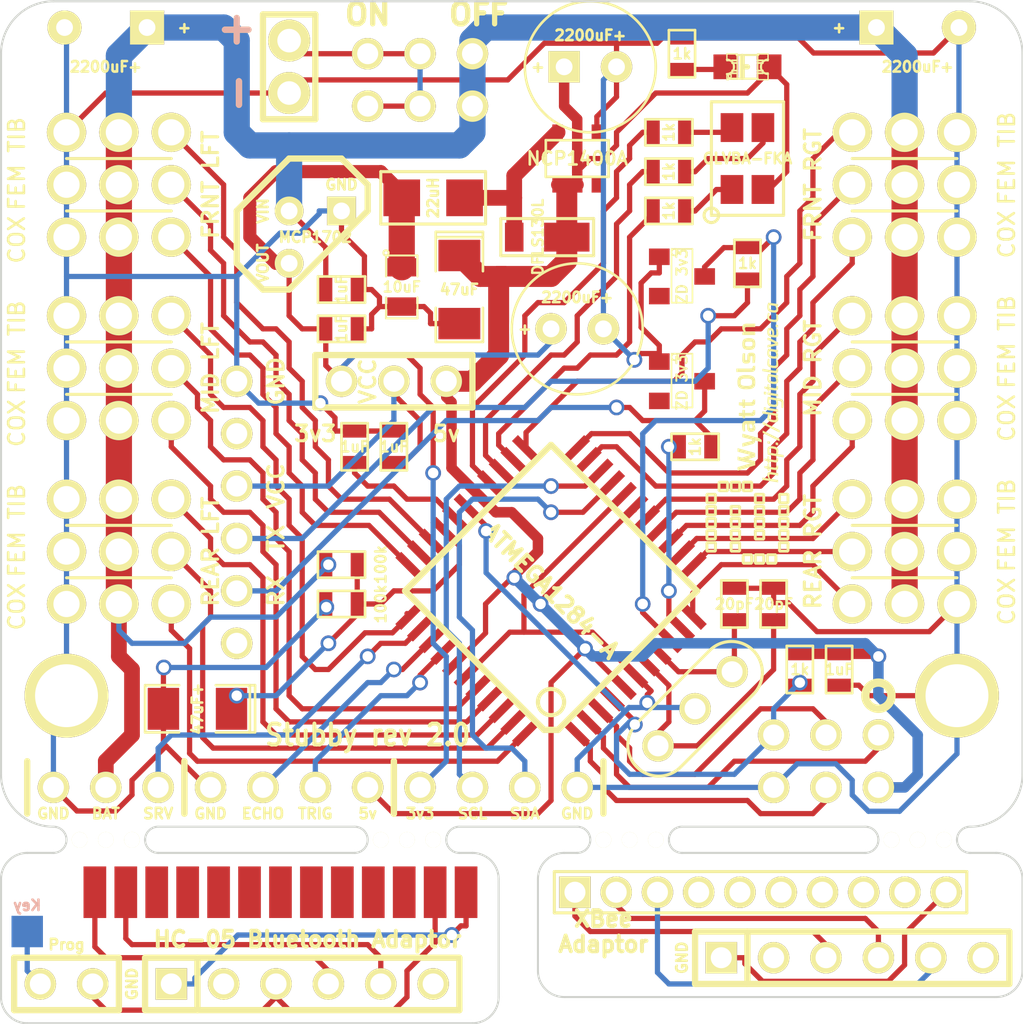
<source format=kicad_pcb>
(kicad_pcb (version 20171130) (host pcbnew "(5.1.12)-1")
  (title_block (title "Stubby Controller") (rev 2.0) (company DigitalCave))
  (layers (0 F.Cu signal) (31 B.Cu signal) (34 B.Paste user hide) (35 F.Paste user hide) (36 B.SilkS user hide) (37 F.SilkS user hide) (38 B.Mask user hide) (39 F.Mask user hide) (44 Edge.Cuts user))
  (net 0 "")
  (net 1 +3.3V)
  (net 2 +5V)
  (net 3 +BATT)
  (net 4 /ADC_BATTERY_METER)
  (net 5 /AREF)
  (net 6 /AVR_RX)
  (net 7 /AVR_TX)
  (net 8 /BATTERY)
  (net 9 /BLUETOOTH_GND)
  (net 10 /DIST_ECHO)
  (net 11 /DIST_SERVO)
  (net 12 /DIST_TRIG)
  (net 13 /I2C_SCL)
  (net 14 /I2C_SDA)
  (net 15 /LED_BL)
  (net 16 /LED_BL_R)
  (net 17 /LED_GR)
  (net 18 /LED_GR_R)
  (net 19 /LED_RD)
  (net 20 /LED_RD_R)
  (net 21 /MISO)
  (net 22 /MOSI)
  (net 23 /PWM00)
  (net 24 /PWM01)
  (net 25 /PWM02)
  (net 26 /PWM03)
  (net 27 /PWM04)
  (net 28 /PWM05)
  (net 29 /PWM06)
  (net 30 /PWM07)
  (net 31 /PWM08)
  (net 32 /PWM09)
  (net 33 /PWM10)
  (net 34 /PWM11)
  (net 35 /PWM12)
  (net 36 /PWM13)
  (net 37 /PWM14)
  (net 38 /PWM15)
  (net 39 /PWM16)
  (net 40 /PWM17)
  (net 41 /RESET)
  (net 42 /SCK)
  (net 43 /XBEE_GND)
  (net 44 /XTAL1)
  (net 45 /XTAL2)
  (net 46 GND)
  (net 47 N-0000010)
  (net 48 N-0000012)
  (net 49 N-0000013)
  (net 50 N-0000017)
  (net 51 N-000002)
  (net 52 N-000003)
  (net 53 N-0000039)
  (net 54 N-000005)
  (net 55 N-000006)
  (net 56 N-000007)
  (net 57 N-000008)
  (net 58 N-000009)
  (module SIL-2 (layer F.Cu) (at 49.53 17.78 270)
    (fp_text reference P1 hide)
    (fp_text value "BATT (4.8V-6V)" hide)
    (pad 1 thru_hole circle (at -1.27 0 270) (size 2.032 2.032) (drill 1.143) (layers *.Cu *.Mask F.SilkS) (net 8 /BATTERY))
    (pad 2 thru_hole circle (at 1.27 0 270) (size 2.032 2.032) (drill 1.143) (layers *.Cu *.Mask F.SilkS) (net 46 GND))
  )
  (module SIL-4 (layer F.Cu) (at 59.69 52.705)
    (fp_text reference P10 hide)
    (fp_text value CONN_4 hide)
    (pad 1 thru_hole circle (at -3.81 0) (size 1.524 1.524) (drill 1.016) (layers *.Cu *.Mask F.SilkS) (net 1 +3.3V))
    (pad 2 thru_hole circle (at -1.27 0) (size 1.524 1.524) (drill 1.016) (layers *.Cu *.Mask F.SilkS) (net 14 /I2C_SDA))
    (pad 3 thru_hole circle (at 1.27 0) (size 1.524 1.524) (drill 1.016) (layers *.Cu *.Mask F.SilkS) (net 13 /I2C_SCL))
    (pad 4 thru_hole circle (at 3.81 0) (size 1.524 1.524) (drill 1.016) (layers *.Cu *.Mask F.SilkS) (net 46 GND))
  )
  (module SIL-4 (layer F.Cu) (at 49.53 52.705 180)
    (fp_text reference P11 hide)
    (fp_text value CONN_4 hide)
    (pad 1 thru_hole circle (at -3.81 0 180) (size 1.524 1.524) (drill 1.016) (layers *.Cu *.Mask F.SilkS) (net 2 +5V))
    (pad 2 thru_hole circle (at -1.27 0 180) (size 1.524 1.524) (drill 1.016) (layers *.Cu *.Mask F.SilkS) (net 12 /DIST_TRIG))
    (pad 3 thru_hole circle (at 1.27 0 180) (size 1.524 1.524) (drill 1.016) (layers *.Cu *.Mask F.SilkS) (net 10 /DIST_ECHO))
    (pad 4 thru_hole circle (at 3.81 0 180) (size 1.524 1.524) (drill 1.016) (layers *.Cu *.Mask F.SilkS) (net 46 GND))
  )
  (module SIL-3 (layer F.Cu) (at 40.64 52.705)
    (fp_text reference S7 hide)
    (fp_text value CONN_3 hide)
    (pad 1 thru_hole circle (at -2.54 0) (size 1.524 1.524) (drill 1.016) (layers *.Cu *.Mask F.SilkS) (net 46 GND))
    (pad 2 thru_hole circle (at 0 0) (size 1.524 1.524) (drill 1.016) (layers *.Cu *.Mask F.SilkS) (net 3 +BATT))
    (pad 3 thru_hole circle (at 2.54 0) (size 1.524 1.524) (drill 1.016) (layers *.Cu *.Mask F.SilkS) (net 11 /DIST_SERVO))
  )
  (module C1V8 (layer F.Cu) (at 40.64 15.875 180)
    (fp_text reference C5 hide)
    (fp_text value 2200uF+ (at 0 -1.905 180) (layer F.SilkS) (effects (font (size 0.508 0.508) (thickness 0.127))))
    (fp_text user + (at -3.81 0 180) (layer F.SilkS) (effects (font (size 0.508 0.508) (thickness 0.127))))
    (pad 1 thru_hole rect (at -2 0 180) (size 1.651 1.651) (drill 0.8128) (layers *.Cu *.Mask F.SilkS) (net 3 +BATT))
    (pad 2 thru_hole circle (at 2 0 180) (size 1.651 1.651) (drill 0.8128) (layers *.Cu *.Mask F.SilkS) (net 46 GND))
  )
  (module SIL-6 (layer F.Cu) (at 46.99 39.37 270)
    (fp_text reference P6 hide)
    (fp_text value CONN_6 hide)
    (fp_text user RX (at 3.81 -1.905 270) (layer F.SilkS) (effects (font (size 0.762 0.762))))
    (fp_text user TX (at 1.27 -1.905 270) (layer F.SilkS) (effects (font (size 0.762 0.762))))
    (fp_text user VCC (at -1.27 -1.905 270) (layer F.SilkS) (effects (font (size 0.762 0.762))))
    (fp_text user GND (at -6.35 -1.905 270) (layer F.SilkS) (effects (font (size 0.762 0.762))))
    (pad 1 thru_hole circle (at -6.35 0 270) (size 1.524 1.524) (drill 1.016) (layers *.Cu *.Mask F.SilkS) (net 46 GND))
    (pad 2 thru_hole circle (at -3.81 0 270) (size 1.524 1.524) (drill 1.016) (layers *.Cu *.Mask F.SilkS))
    (pad 3 thru_hole circle (at -1.27 0 270) (size 1.524 1.524) (drill 1.016) (layers *.Cu *.Mask F.SilkS) (net 50 N-0000017))
    (pad 4 thru_hole circle (at 1.27 0 270) (size 1.524 1.524) (drill 1.016) (layers *.Cu *.Mask F.SilkS) (net 48 N-0000012))
    (pad 5 thru_hole circle (at 3.81 0 270) (size 1.524 1.524) (drill 1.016) (layers *.Cu *.Mask F.SilkS) (net 49 N-0000013))
    (pad 6 thru_hole circle (at 6.35 0 270) (size 1.524 1.524) (drill 1.016) (layers *.Cu *.Mask F.SilkS))
  )
  (module SIL-3 (layer F.Cu) (at 54.61 33.02 180)
    (fp_text reference JP1 hide)
    (fp_text value CONN_3 hide)
    (fp_text user VCC (at 1.27 0 270) (layer F.SilkS) (effects (font (size 0.762 0.762))))
    (fp_text user 3v3 (at 3.81 -2.54 180) (layer F.SilkS) (effects (font (size 0.762 0.762))))
    (fp_text user 5v (at -2.54 -2.54 180) (layer F.SilkS) (effects (font (size 0.762 0.762))))
    (pad 1 thru_hole circle (at -2.54 0 180) (size 1.524 1.524) (drill 1.016) (layers *.Cu *.Mask F.SilkS) (net 2 +5V))
    (pad 2 thru_hole circle (at 0 0 180) (size 1.524 1.524) (drill 1.016) (layers *.Cu *.Mask F.SilkS) (net 50 N-0000017))
    (pad 3 thru_hole circle (at 2.54 0 180) (size 1.524 1.524) (drill 1.016) (layers *.Cu *.Mask F.SilkS) (net 1 +3.3V))
  )
  (module C1V8 (layer F.Cu) (at 80.01 15.875)
    (fp_text reference C4 hide)
    (fp_text value 2200uF+ (at 0 1.905) (layer F.SilkS) (effects (font (size 0.508 0.508) (thickness 0.127))))
    (fp_text user + (at -3.81 0) (layer F.SilkS) (effects (font (size 0.508 0.508) (thickness 0.127))))
    (pad 1 thru_hole rect (at -2 0) (size 1.651 1.651) (drill 0.8128) (layers *.Cu *.Mask F.SilkS) (net 3 +BATT))
    (pad 2 thru_hole circle (at 2 0) (size 1.651 1.651) (drill 0.8128) (layers *.Cu *.Mask F.SilkS) (net 46 GND))
  )
  (module SIL-6 (layer F.Cu) (at 76.835 60.96)
    (fp_text reference P4 hide)
    (fp_text value CONN_6 hide)
    (pad 1 thru_hole rect (at -6.35 0) (size 1.524 1.524) (drill 1.016) (layers *.Cu *.Mask F.SilkS) (net 43 /XBEE_GND))
    (pad 2 thru_hole circle (at -3.81 0) (size 1.524 1.524) (drill 1.016) (layers *.Cu *.Mask F.SilkS))
    (pad 3 thru_hole circle (at -1.27 0) (size 1.524 1.524) (drill 1.016) (layers *.Cu *.Mask F.SilkS) (net 47 N-0000010))
    (pad 4 thru_hole circle (at 1.27 0) (size 1.524 1.524) (drill 1.016) (layers *.Cu *.Mask F.SilkS) (net 58 N-000009))
    (pad 5 thru_hole circle (at 3.81 0) (size 1.524 1.524) (drill 1.016) (layers *.Cu *.Mask F.SilkS) (net 54 N-000005))
    (pad 6 thru_hole circle (at 6.35 0) (size 1.524 1.524) (drill 1.016) (layers *.Cu *.Mask F.SilkS))
  )
  (module SIL-10 (layer F.Cu) (at 72.39 57.785)
    (fp_text reference P3 hide)
    (fp_text value CONN_10 hide)
    (pad 1 thru_hole rect (at -9 0) (size 1.524 1.524) (drill 1.016) (layers *.Cu *.Mask F.SilkS) (net 47 N-0000010))
    (pad 2 thru_hole circle (at -7 0) (size 1.524 1.524) (drill 1.016) (layers *.Cu *.Mask F.SilkS) (net 58 N-000009))
    (pad 3 thru_hole circle (at -5 0) (size 1.524 1.524) (drill 1.016) (layers *.Cu *.Mask F.SilkS) (net 54 N-000005))
    (pad 4 thru_hole circle (at -3 0) (size 1.524 1.524) (drill 1.016) (layers *.Cu *.Mask F.SilkS))
    (pad 5 thru_hole circle (at -1 0) (size 1.524 1.524) (drill 1.016) (layers *.Cu *.Mask F.SilkS))
    (pad 6 thru_hole circle (at 1 0) (size 1.524 1.524) (drill 1.016) (layers *.Cu *.Mask F.SilkS))
    (pad 7 thru_hole circle (at 3 0) (size 1.524 1.524) (drill 1.016) (layers *.Cu *.Mask F.SilkS))
    (pad 8 thru_hole circle (at 5 0) (size 1.524 1.524) (drill 1.016) (layers *.Cu *.Mask F.SilkS))
    (pad 9 thru_hole circle (at 7 0) (size 1.524 1.524) (drill 1.016) (layers *.Cu *.Mask F.SilkS))
    (pad 10 thru_hole circle (at 9 0) (size 1.524 1.524) (drill 1.016) (layers *.Cu *.Mask F.SilkS) (net 43 /XBEE_GND))
  )
  (module SIL-2 (layer F.Cu) (at 38.735 62.23)
    (fp_text reference P9 hide)
    (fp_text value CONN_2 hide)
    (pad 1 thru_hole circle (at -1.27 0) (size 1.524 1.524) (drill 1.016) (layers *.Cu *.Mask F.SilkS) (net 56 N-000007))
    (pad 2 thru_hole circle (at 1.27 0) (size 1.524 1.524) (drill 1.016) (layers *.Cu *.Mask F.SilkS) (net 57 N-000008))
  )
  (module SIL-6 (layer F.Cu) (at 50.165 62.23)
    (fp_text reference P8 hide)
    (fp_text value CONN_6 hide)
    (pad 1 thru_hole rect (at -6.35 0) (size 1.524 1.524) (drill 1.016) (layers *.Cu *.Mask F.SilkS) (net 9 /BLUETOOTH_GND))
    (pad 2 thru_hole circle (at -3.81 0) (size 1.524 1.524) (drill 1.016) (layers *.Cu *.Mask F.SilkS))
    (pad 3 thru_hole circle (at -1.27 0) (size 1.524 1.524) (drill 1.016) (layers *.Cu *.Mask F.SilkS) (net 57 N-000008))
    (pad 4 thru_hole circle (at 1.27 0) (size 1.524 1.524) (drill 1.016) (layers *.Cu *.Mask F.SilkS) (net 52 N-000003))
    (pad 5 thru_hole circle (at 3.81 0) (size 1.524 1.524) (drill 1.016) (layers *.Cu *.Mask F.SilkS) (net 51 N-000002))
    (pad 6 thru_hole circle (at 6.35 0) (size 1.524 1.524) (drill 1.016) (layers *.Cu *.Mask F.SilkS))
  )
  (module SIL-1 (layer B.Cu) (at 36.83 59.69)
    (fp_text reference P7 hide)
    (fp_text value CONN_1 hide)
    (pad 1 smd rect (at 0 0) (size 1.524 1.524) (layers B.Cu B.Paste B.Mask) (net 56 N-000007))
  )
  (module SOT23 (layer F.Cu) (at 68.58 33.02 270)
    (fp_text reference ZD2 hide)
    (fp_text value "ZD 3v3" (at 0.0635 0 270) (layer F.SilkS) (effects (font (size 0.50038 0.50038) (thickness 0.09906))))
    (pad 2 smd rect (at 0 -1.09982 270) (size 0.8001 1.00076) (layers F.Cu F.Paste F.Mask) (net 49 N-0000013))
    (pad 3 smd rect (at 0.9525 1.09982 270) (size 0.8001 1.00076) (layers F.Cu F.Paste F.Mask))
    (pad 1 smd rect (at -0.9525 1.09982 270) (size 0.8001 1.00076) (layers F.Cu F.Paste F.Mask) (net 46 GND))
  )
  (module 1pin (layer F.Cu) (at 81.915 48.26)
    (fp_text reference 1PIN_2 hide)
    (fp_text value P*** hide)
    (pad 1 thru_hole circle (at 0 0) (size 4.064 4.064) (drill 3.048) (layers *.Cu *.Mask F.SilkS) (net 46 GND))
  )
  (module SOT23 (layer F.Cu) (at 68.58 27.94 270)
    (fp_text reference ZD1 hide)
    (fp_text value "ZD 3v3" (at 0 0 270) (layer F.SilkS) (effects (font (size 0.50038 0.50038) (thickness 0.09906))))
    (pad 2 smd rect (at 0 -1.09982 270) (size 0.8001 1.00076) (layers F.Cu F.Paste F.Mask) (net 6 /AVR_RX))
    (pad 3 smd rect (at 0.9525 1.09982 270) (size 0.8001 1.00076) (layers F.Cu F.Paste F.Mask))
    (pad 1 smd rect (at -0.9525 1.09982 270) (size 0.8001 1.00076) (layers F.Cu F.Paste F.Mask) (net 46 GND))
  )
  (module 1pin (layer F.Cu) (at 38.735 48.26)
    (fp_text reference 1PIN hide)
    (fp_text value P*** hide)
    (pad 1 thru_hole circle (at 0 0) (size 4.064 4.064) (drill 3.048) (layers *.Cu *.Mask F.SilkS) (net 46 GND))
  )
  (module DPDT (layer F.Cu) (at 55.88 18.415)
    (fp_text reference SW1 hide)
    (fp_text value DPDT hide)
    (pad 4 thru_hole circle (at -2.54 1.27) (size 1.524 1.524) (drill 1.016) (layers *.Cu *.Mask F.SilkS) (net 8 /BATTERY))
    (pad 1 thru_hole circle (at -2.54 -1.27) (size 1.524 1.524) (drill 1.016) (layers *.Cu *.Mask F.SilkS) (net 8 /BATTERY))
    (pad 5 thru_hole circle (at 0 1.27) (size 1.524 1.524) (drill 1.016) (layers *.Cu *.Mask F.SilkS) (net 8 /BATTERY))
    (pad 2 thru_hole circle (at 0 -1.27) (size 1.524 1.524) (drill 1.016) (layers *.Cu *.Mask F.SilkS) (net 8 /BATTERY))
    (pad 6 thru_hole circle (at 2.54 1.27) (size 1.524 1.524) (drill 1.016) (layers *.Cu *.Mask F.SilkS) (net 3 +BATT))
    (pad 3 thru_hole circle (at 2.54 -1.27) (size 1.524 1.524) (drill 1.016) (layers *.Cu *.Mask F.SilkS) (net 3 +BATT))
  )
  (module DIGITALCAVE_LOGO_WIDE_SMALL (layer F.Cu) (at 71.755 35.56 90)
    (fp_text reference VAL hide)
    (fp_text value DIGITALCAVE_LOGO_WIDE_SMALL hide)
  )
  (module HEX_LEG (layer F.Cu) (at 41.91 30.48 180)
    (fp_text reference S3 hide)
    (fp_text value "MID LFT" (at -3.81 -1.905 270) (layer F.SilkS) (effects (font (size 0.762 0.762))))
    (fp_text user TIB (at 5.588 0.508 270) (layer F.SilkS) (effects (font (size 0.762 0.762) (thickness 0.127))))
    (fp_text user FEM (at 5.588 -2.032 270) (layer F.SilkS) (effects (font (size 0.762 0.762) (thickness 0.127))))
    (fp_text user COX (at 5.588 -4.572 270) (layer F.SilkS) (effects (font (size 0.762 0.762) (thickness 0.127))))
    (pad 1 thru_hole circle (at -1.905 -4.445 90) (size 1.905 1.905) (drill 1.27) (layers *.Cu *.Mask F.SilkS) (net 29 /PWM06))
    (pad 2 thru_hole circle (at -1.905 -1.905 90) (size 1.905 1.905) (drill 1.27) (layers *.Cu *.Mask F.SilkS) (net 30 /PWM07))
    (pad 3 thru_hole circle (at -1.905 0.635 90) (size 1.905 1.905) (drill 1.27) (layers *.Cu *.Mask F.SilkS) (net 31 /PWM08))
    (pad 4 thru_hole circle (at 0.635 -4.445 90) (size 1.905 1.905) (drill 1.27) (layers *.Cu *.Mask F.SilkS) (net 3 +BATT))
    (pad 5 thru_hole circle (at 0.635 -1.905 90) (size 1.905 1.905) (drill 1.27) (layers *.Cu *.Mask F.SilkS) (net 3 +BATT))
    (pad 6 thru_hole circle (at 0.635 0.635 90) (size 1.905 1.905) (drill 1.27) (layers *.Cu *.Mask F.SilkS) (net 3 +BATT))
    (pad 7 thru_hole circle (at 3.175 -4.445 90) (size 1.905 1.905) (drill 1.27) (layers *.Cu *.Mask F.SilkS) (net 46 GND))
    (pad 8 thru_hole circle (at 3.175 -1.905 90) (size 1.905 1.905) (drill 1.27) (layers *.Cu *.Mask F.SilkS) (net 46 GND))
    (pad 9 thru_hole circle (at 3.175 0.635 90) (size 1.905 1.905) (drill 1.27) (layers *.Cu *.Mask F.SilkS) (net 46 GND))
  )
  (module HEX_LEG (layer F.Cu) (at 41.91 21.59 180)
    (fp_text reference S1 hide)
    (fp_text value "FRNT LFT" (at -3.81 -1.905 270) (layer F.SilkS) (effects (font (size 0.762 0.762))))
    (fp_text user TIB (at 5.588 0.508 270) (layer F.SilkS) (effects (font (size 0.762 0.762) (thickness 0.127))))
    (fp_text user FEM (at 5.588 -2.032 270) (layer F.SilkS) (effects (font (size 0.762 0.762) (thickness 0.127))))
    (fp_text user COX (at 5.588 -4.572 270) (layer F.SilkS) (effects (font (size 0.762 0.762) (thickness 0.127))))
    (pad 1 thru_hole circle (at -1.905 -4.445 90) (size 1.905 1.905) (drill 1.27) (layers *.Cu *.Mask F.SilkS) (net 23 /PWM00))
    (pad 2 thru_hole circle (at -1.905 -1.905 90) (size 1.905 1.905) (drill 1.27) (layers *.Cu *.Mask F.SilkS) (net 24 /PWM01))
    (pad 3 thru_hole circle (at -1.905 0.635 90) (size 1.905 1.905) (drill 1.27) (layers *.Cu *.Mask F.SilkS) (net 25 /PWM02))
    (pad 4 thru_hole circle (at 0.635 -4.445 90) (size 1.905 1.905) (drill 1.27) (layers *.Cu *.Mask F.SilkS) (net 3 +BATT))
    (pad 5 thru_hole circle (at 0.635 -1.905 90) (size 1.905 1.905) (drill 1.27) (layers *.Cu *.Mask F.SilkS) (net 3 +BATT))
    (pad 6 thru_hole circle (at 0.635 0.635 90) (size 1.905 1.905) (drill 1.27) (layers *.Cu *.Mask F.SilkS) (net 3 +BATT))
    (pad 7 thru_hole circle (at 3.175 -4.445 90) (size 1.905 1.905) (drill 1.27) (layers *.Cu *.Mask F.SilkS) (net 46 GND))
    (pad 8 thru_hole circle (at 3.175 -1.905 90) (size 1.905 1.905) (drill 1.27) (layers *.Cu *.Mask F.SilkS) (net 46 GND))
    (pad 9 thru_hole circle (at 3.175 0.635 90) (size 1.905 1.905) (drill 1.27) (layers *.Cu *.Mask F.SilkS) (net 46 GND))
  )
  (module HEX_LEG (layer F.Cu) (at 41.91 39.37 180)
    (fp_text reference S5 hide)
    (fp_text value "REAR LFT" (at -3.81 -1.905 270) (layer F.SilkS) (effects (font (size 0.762 0.762))))
    (fp_text user TIB (at 5.588 0.508 270) (layer F.SilkS) (effects (font (size 0.762 0.762) (thickness 0.127))))
    (fp_text user FEM (at 5.588 -2.032 270) (layer F.SilkS) (effects (font (size 0.762 0.762) (thickness 0.127))))
    (fp_text user COX (at 5.588 -4.572 270) (layer F.SilkS) (effects (font (size 0.762 0.762) (thickness 0.127))))
    (pad 1 thru_hole circle (at -1.905 -4.445 90) (size 1.905 1.905) (drill 1.27) (layers *.Cu *.Mask F.SilkS) (net 35 /PWM12))
    (pad 2 thru_hole circle (at -1.905 -1.905 90) (size 1.905 1.905) (drill 1.27) (layers *.Cu *.Mask F.SilkS) (net 36 /PWM13))
    (pad 3 thru_hole circle (at -1.905 0.635 90) (size 1.905 1.905) (drill 1.27) (layers *.Cu *.Mask F.SilkS) (net 37 /PWM14))
    (pad 4 thru_hole circle (at 0.635 -4.445 90) (size 1.905 1.905) (drill 1.27) (layers *.Cu *.Mask F.SilkS) (net 3 +BATT))
    (pad 5 thru_hole circle (at 0.635 -1.905 90) (size 1.905 1.905) (drill 1.27) (layers *.Cu *.Mask F.SilkS) (net 3 +BATT))
    (pad 6 thru_hole circle (at 0.635 0.635 90) (size 1.905 1.905) (drill 1.27) (layers *.Cu *.Mask F.SilkS) (net 3 +BATT))
    (pad 7 thru_hole circle (at 3.175 -4.445 90) (size 1.905 1.905) (drill 1.27) (layers *.Cu *.Mask F.SilkS) (net 46 GND))
    (pad 8 thru_hole circle (at 3.175 -1.905 90) (size 1.905 1.905) (drill 1.27) (layers *.Cu *.Mask F.SilkS) (net 46 GND))
    (pad 9 thru_hole circle (at 3.175 0.635 90) (size 1.905 1.905) (drill 1.27) (layers *.Cu *.Mask F.SilkS) (net 46 GND))
  )
  (module HEX_LEG_REVERSE (layer F.Cu) (at 78.74 25.4)
    (fp_text reference S2 hide)
    (fp_text value "FRNT RGT" (at -3.81 -1.905 90) (layer F.SilkS) (effects (font (size 0.762 0.762))))
    (fp_text user TIB (at 5.588 -4.572 90) (layer F.SilkS) (effects (font (size 0.762 0.762) (thickness 0.127))))
    (fp_text user FEM (at 5.588 -2.032 90) (layer F.SilkS) (effects (font (size 0.762 0.762) (thickness 0.127))))
    (fp_text user COX (at 5.588 0.508 90) (layer F.SilkS) (effects (font (size 0.762 0.762) (thickness 0.127))))
    (pad 1 thru_hole circle (at -1.905 -4.445 270) (size 1.905 1.905) (drill 1.27) (layers *.Cu *.Mask F.SilkS) (net 26 /PWM03))
    (pad 2 thru_hole circle (at -1.905 -1.905 270) (size 1.905 1.905) (drill 1.27) (layers *.Cu *.Mask F.SilkS) (net 27 /PWM04))
    (pad 3 thru_hole circle (at -1.905 0.635 270) (size 1.905 1.905) (drill 1.27) (layers *.Cu *.Mask F.SilkS) (net 28 /PWM05))
    (pad 4 thru_hole circle (at 0.635 -4.445 270) (size 1.905 1.905) (drill 1.27) (layers *.Cu *.Mask F.SilkS) (net 3 +BATT))
    (pad 5 thru_hole circle (at 0.635 -1.905 270) (size 1.905 1.905) (drill 1.27) (layers *.Cu *.Mask F.SilkS) (net 3 +BATT))
    (pad 6 thru_hole circle (at 0.635 0.635 270) (size 1.905 1.905) (drill 1.27) (layers *.Cu *.Mask F.SilkS) (net 3 +BATT))
    (pad 7 thru_hole circle (at 3.175 -4.445 270) (size 1.905 1.905) (drill 1.27) (layers *.Cu *.Mask F.SilkS) (net 46 GND))
    (pad 8 thru_hole circle (at 3.175 -1.905 270) (size 1.905 1.905) (drill 1.27) (layers *.Cu *.Mask F.SilkS) (net 46 GND))
    (pad 9 thru_hole circle (at 3.175 0.635 270) (size 1.905 1.905) (drill 1.27) (layers *.Cu *.Mask F.SilkS) (net 46 GND))
  )
  (module HEX_LEG_REVERSE (layer F.Cu) (at 78.74 34.29)
    (fp_text reference S4 hide)
    (fp_text value "MID RGT" (at -3.81 -1.905 90) (layer F.SilkS) (effects (font (size 0.762 0.762))))
    (fp_text user TIB (at 5.588 -4.572 90) (layer F.SilkS) (effects (font (size 0.762 0.762) (thickness 0.127))))
    (fp_text user FEM (at 5.588 -2.032 90) (layer F.SilkS) (effects (font (size 0.762 0.762) (thickness 0.127))))
    (fp_text user COX (at 5.588 0.508 90) (layer F.SilkS) (effects (font (size 0.762 0.762) (thickness 0.127))))
    (pad 1 thru_hole circle (at -1.905 -4.445 270) (size 1.905 1.905) (drill 1.27) (layers *.Cu *.Mask F.SilkS) (net 32 /PWM09))
    (pad 2 thru_hole circle (at -1.905 -1.905 270) (size 1.905 1.905) (drill 1.27) (layers *.Cu *.Mask F.SilkS) (net 33 /PWM10))
    (pad 3 thru_hole circle (at -1.905 0.635 270) (size 1.905 1.905) (drill 1.27) (layers *.Cu *.Mask F.SilkS) (net 34 /PWM11))
    (pad 4 thru_hole circle (at 0.635 -4.445 270) (size 1.905 1.905) (drill 1.27) (layers *.Cu *.Mask F.SilkS) (net 3 +BATT))
    (pad 5 thru_hole circle (at 0.635 -1.905 270) (size 1.905 1.905) (drill 1.27) (layers *.Cu *.Mask F.SilkS) (net 3 +BATT))
    (pad 6 thru_hole circle (at 0.635 0.635 270) (size 1.905 1.905) (drill 1.27) (layers *.Cu *.Mask F.SilkS) (net 3 +BATT))
    (pad 7 thru_hole circle (at 3.175 -4.445 270) (size 1.905 1.905) (drill 1.27) (layers *.Cu *.Mask F.SilkS) (net 46 GND))
    (pad 8 thru_hole circle (at 3.175 -1.905 270) (size 1.905 1.905) (drill 1.27) (layers *.Cu *.Mask F.SilkS) (net 46 GND))
    (pad 9 thru_hole circle (at 3.175 0.635 270) (size 1.905 1.905) (drill 1.27) (layers *.Cu *.Mask F.SilkS) (net 46 GND))
  )
  (module HEX_LEG_REVERSE (layer F.Cu) (at 78.74 43.18)
    (fp_text reference S6 hide)
    (fp_text value "REAR RGT" (at -3.81 -1.905 90) (layer F.SilkS) (effects (font (size 0.762 0.762))))
    (fp_text user TIB (at 5.588 -4.572 90) (layer F.SilkS) (effects (font (size 0.762 0.762) (thickness 0.127))))
    (fp_text user FEM (at 5.588 -2.032 90) (layer F.SilkS) (effects (font (size 0.762 0.762) (thickness 0.127))))
    (fp_text user COX (at 5.588 0.508 90) (layer F.SilkS) (effects (font (size 0.762 0.762) (thickness 0.127))))
    (pad 1 thru_hole circle (at -1.905 -4.445 270) (size 1.905 1.905) (drill 1.27) (layers *.Cu *.Mask F.SilkS) (net 38 /PWM15))
    (pad 2 thru_hole circle (at -1.905 -1.905 270) (size 1.905 1.905) (drill 1.27) (layers *.Cu *.Mask F.SilkS) (net 39 /PWM16))
    (pad 3 thru_hole circle (at -1.905 0.635 270) (size 1.905 1.905) (drill 1.27) (layers *.Cu *.Mask F.SilkS) (net 40 /PWM17))
    (pad 4 thru_hole circle (at 0.635 -4.445 270) (size 1.905 1.905) (drill 1.27) (layers *.Cu *.Mask F.SilkS) (net 3 +BATT))
    (pad 5 thru_hole circle (at 0.635 -1.905 270) (size 1.905 1.905) (drill 1.27) (layers *.Cu *.Mask F.SilkS) (net 3 +BATT))
    (pad 6 thru_hole circle (at 0.635 0.635 270) (size 1.905 1.905) (drill 1.27) (layers *.Cu *.Mask F.SilkS) (net 3 +BATT))
    (pad 7 thru_hole circle (at 3.175 -4.445 270) (size 1.905 1.905) (drill 1.27) (layers *.Cu *.Mask F.SilkS) (net 46 GND))
    (pad 8 thru_hole circle (at 3.175 -1.905 270) (size 1.905 1.905) (drill 1.27) (layers *.Cu *.Mask F.SilkS) (net 46 GND))
    (pad 9 thru_hole circle (at 3.175 0.635 270) (size 1.905 1.905) (drill 1.27) (layers *.Cu *.Mask F.SilkS) (net 46 GND))
  )
  (module TQFP44 (layer F.Cu) (at 62.23 43.18 135)
    (fp_text reference IC1 hide)
    (fp_text value ATMEGA1284-A (at 0 0 135) (layer F.SilkS) (effects (font (size 0.762 0.762) (thickness 0.1905))))
    (pad 39 smd rect (at 0 -5.715 135) (size 0.4064 1.524) (layers F.Cu F.Paste F.Mask) (net 46 GND))
    (pad 40 smd rect (at -0.8001 -5.715 135) (size 0.4064 1.524) (layers F.Cu F.Paste F.Mask) (net 30 /PWM07))
    (pad 41 smd rect (at -1.6002 -5.715 135) (size 0.4064 1.524) (layers F.Cu F.Paste F.Mask) (net 29 /PWM06))
    (pad 42 smd rect (at -2.4003 -5.715 135) (size 0.4064 1.524) (layers F.Cu F.Paste F.Mask) (net 37 /PWM14))
    (pad 43 smd rect (at -3.2004 -5.715 135) (size 0.4064 1.524) (layers F.Cu F.Paste F.Mask) (net 36 /PWM13))
    (pad 44 smd rect (at -4.0005 -5.715 135) (size 0.4064 1.524) (layers F.Cu F.Paste F.Mask) (net 35 /PWM12))
    (pad 38 smd rect (at 0.8001 -5.715 135) (size 0.4064 1.524) (layers F.Cu F.Paste F.Mask) (net 2 +5V))
    (pad 37 smd rect (at 1.6002 -5.715 135) (size 0.4064 1.524) (layers F.Cu F.Paste F.Mask) (net 12 /DIST_TRIG))
    (pad 36 smd rect (at 2.4003 -5.715 135) (size 0.4064 1.524) (layers F.Cu F.Paste F.Mask) (net 10 /DIST_ECHO))
    (pad 35 smd rect (at 3.2004 -5.715 135) (size 0.4064 1.524) (layers F.Cu F.Paste F.Mask) (net 11 /DIST_SERVO))
    (pad 34 smd rect (at 4.0005 -5.715 135) (size 0.4064 1.524) (layers F.Cu F.Paste F.Mask) (net 31 /PWM08))
    (pad 17 smd rect (at 0 5.715 135) (size 0.4064 1.524) (layers F.Cu F.Paste F.Mask) (net 2 +5V))
    (pad 16 smd rect (at -0.8001 5.715 135) (size 0.4064 1.524) (layers F.Cu F.Paste F.Mask) (net 32 /PWM09))
    (pad 15 smd rect (at -1.6002 5.715 135) (size 0.4064 1.524) (layers F.Cu F.Paste F.Mask) (net 33 /PWM10))
    (pad 14 smd rect (at -2.4003 5.715 135) (size 0.4064 1.524) (layers F.Cu F.Paste F.Mask) (net 34 /PWM11))
    (pad 13 smd rect (at -3.2004 5.715 135) (size 0.4064 1.524) (layers F.Cu F.Paste F.Mask) (net 38 /PWM15))
    (pad 12 smd rect (at -4.0005 5.715 135) (size 0.4064 1.524) (layers F.Cu F.Paste F.Mask) (net 39 /PWM16))
    (pad 18 smd rect (at 0.8001 5.715 135) (size 0.4064 1.524) (layers F.Cu F.Paste F.Mask) (net 46 GND))
    (pad 19 smd rect (at 1.6002 5.715 135) (size 0.4064 1.524) (layers F.Cu F.Paste F.Mask) (net 13 /I2C_SCL))
    (pad 20 smd rect (at 2.4003 5.715 135) (size 0.4064 1.524) (layers F.Cu F.Paste F.Mask) (net 14 /I2C_SDA))
    (pad 21 smd rect (at 3.2004 5.715 135) (size 0.4064 1.524) (layers F.Cu F.Paste F.Mask) (net 28 /PWM05))
    (pad 22 smd rect (at 4.0005 5.715 135) (size 0.4064 1.524) (layers F.Cu F.Paste F.Mask) (net 27 /PWM04))
    (pad 6 smd rect (at -5.715 0 135) (size 1.524 0.4064) (layers F.Cu F.Paste F.Mask) (net 46 GND))
    (pad 28 smd rect (at 5.715 0 135) (size 1.524 0.4064) (layers F.Cu F.Paste F.Mask) (net 46 GND))
    (pad 7 smd rect (at -5.715 0.8001 135) (size 1.524 0.4064) (layers F.Cu F.Paste F.Mask) (net 45 /XTAL2))
    (pad 27 smd rect (at 5.715 0.8001 135) (size 1.524 0.4064) (layers F.Cu F.Paste F.Mask) (net 2 +5V))
    (pad 26 smd rect (at 5.715 1.6002 135) (size 1.524 0.4064) (layers F.Cu F.Paste F.Mask) (net 17 /LED_GR))
    (pad 8 smd rect (at -5.715 1.6002 135) (size 1.524 0.4064) (layers F.Cu F.Paste F.Mask) (net 44 /XTAL1))
    (pad 9 smd rect (at -5.715 2.4003 135) (size 1.524 0.4064) (layers F.Cu F.Paste F.Mask) (net 6 /AVR_RX))
    (pad 25 smd rect (at 5.715 2.4003 135) (size 1.524 0.4064) (layers F.Cu F.Paste F.Mask) (net 15 /LED_BL))
    (pad 24 smd rect (at 5.715 3.2004 135) (size 1.524 0.4064) (layers F.Cu F.Paste F.Mask) (net 19 /LED_RD))
    (pad 10 smd rect (at -5.715 3.2004 135) (size 1.524 0.4064) (layers F.Cu F.Paste F.Mask) (net 7 /AVR_TX))
    (pad 11 smd rect (at -5.715 4.0005 135) (size 1.524 0.4064) (layers F.Cu F.Paste F.Mask) (net 40 /PWM17))
    (pad 23 smd rect (at 5.715 4.0005 135) (size 1.524 0.4064) (layers F.Cu F.Paste F.Mask) (net 26 /PWM03))
    (pad 29 smd rect (at 5.715 -0.8001 135) (size 1.524 0.4064) (layers F.Cu F.Paste F.Mask) (net 5 /AREF))
    (pad 5 smd rect (at -5.715 -0.8001 135) (size 1.524 0.4064) (layers F.Cu F.Paste F.Mask) (net 2 +5V))
    (pad 4 smd rect (at -5.715 -1.6002 135) (size 1.524 0.4064) (layers F.Cu F.Paste F.Mask) (net 41 /RESET))
    (pad 30 smd rect (at 5.715 -1.6002 135) (size 1.524 0.4064) (layers F.Cu F.Paste F.Mask) (net 4 /ADC_BATTERY_METER))
    (pad 31 smd rect (at 5.715 -2.4003 135) (size 1.524 0.4064) (layers F.Cu F.Paste F.Mask) (net 25 /PWM02))
    (pad 3 smd rect (at -5.715 -2.4003 135) (size 1.524 0.4064) (layers F.Cu F.Paste F.Mask) (net 42 /SCK))
    (pad 2 smd rect (at -5.715 -3.2004 135) (size 1.524 0.4064) (layers F.Cu F.Paste F.Mask) (net 21 /MISO))
    (pad 32 smd rect (at 5.715 -3.2004 135) (size 1.524 0.4064) (layers F.Cu F.Paste F.Mask) (net 24 /PWM01))
    (pad 33 smd rect (at 5.715 -4.0005 135) (size 1.524 0.4064) (layers F.Cu F.Paste F.Mask) (net 23 /PWM00))
    (pad 1 smd rect (at -5.715 -4.0005 135) (size 1.524 0.4064) (layers F.Cu F.Paste F.Mask) (net 22 /MOSI))
  )
  (module ISP (layer F.Cu) (at 75.565 51.435 180)
    (fp_text reference P2 hide)
    (fp_text value PROG hide)
    (pad 1 thru_hole circle (at -2.54 1.27 180) (size 1.524 1.524) (drill 1.016) (layers *.Cu *.Mask F.SilkS) (net 21 /MISO))
    (pad 2 thru_hole circle (at -2.54 -1.27 180) (size 1.524 1.524) (drill 1.016) (layers *.Cu *.Mask F.SilkS) (net 2 +5V))
    (pad 3 thru_hole circle (at 0 1.27 180) (size 1.524 1.524) (drill 1.016) (layers *.Cu *.Mask F.SilkS) (net 42 /SCK))
    (pad 4 thru_hole circle (at 0 -1.27 180) (size 1.524 1.524) (drill 1.016) (layers *.Cu *.Mask F.SilkS) (net 22 /MOSI))
    (pad 5 thru_hole circle (at 2.54 1.27 180) (size 1.524 1.524) (drill 1.016) (layers *.Cu *.Mask F.SilkS) (net 41 /RESET))
    (pad 6 thru_hole circle (at 2.54 -1.27 180) (size 1.524 1.524) (drill 1.016) (layers *.Cu *.Mask F.SilkS) (net 46 GND))
  )
  (module TO92 (layer F.Cu) (at 50.8 26.035)
    (fp_text reference VR1 hide)
    (fp_text value MCP1702 (at 0 0) (layer F.SilkS) (effects (font (size 0.508 0.508) (thickness 0.127))))
    (pad 1 thru_hole rect (at 1.27 -1.27) (size 1.397 1.397) (drill 0.8128) (layers *.Cu *.Mask F.SilkS) (net 46 GND))
    (pad 2 thru_hole circle (at -1.27 -1.27) (size 1.397 1.397) (drill 0.8128) (layers *.Cu *.Mask F.SilkS) (net 3 +BATT))
    (pad 3 thru_hole circle (at -1.27 1.27) (size 1.397 1.397) (drill 0.8128) (layers *.Cu *.Mask F.SilkS) (net 1 +3.3V))
  )
  (module CRYSTAL_RESONATOR (layer F.Cu) (at 69.215 48.895 225)
    (fp_text reference X1 hide)
    (fp_text value CRYSTAL_RESONATOR hide)
    (pad 1 thru_hole circle (at -2.54 0 225) (size 1.524 1.524) (drill 1.016) (layers *.Cu *.Mask F.SilkS) (net 44 /XTAL1))
    (pad 2 thru_hole circle (at 2.54 0 225) (size 1.524 1.524) (drill 1.016) (layers *.Cu *.Mask F.SilkS) (net 45 /XTAL2))
    (pad 3 thru_hole circle (at 0 0 225) (size 1.524 1.524) (drill 1.016) (layers *.Cu *.Mask F.SilkS) (net 46 GND))
  )
  (module HC05_Edge (layer F.Cu) (at 54.61 57.785)
    (fp_text reference P5 hide)
    (fp_text value CONN_13 hide)
    (pad 1 smd rect (at -14.5 0) (size 1.1 2.5) (layers F.Cu F.Paste F.Mask) (net 52 N-000003))
    (pad 2 smd rect (at -13 0) (size 1.1 2.5) (layers F.Cu F.Paste F.Mask) (net 51 N-000002))
    (pad 3 smd rect (at -11.5 0) (size 1.1 2.5) (layers F.Cu F.Paste F.Mask))
    (pad 4 smd rect (at -10 0) (size 1.1 2.5) (layers F.Cu F.Paste F.Mask))
    (pad 5 smd rect (at -8.5 0) (size 1.1 2.5) (layers F.Cu F.Paste F.Mask))
    (pad 6 smd rect (at -7 0) (size 1.1 2.5) (layers F.Cu F.Paste F.Mask))
    (pad 7 smd rect (at -5.5 0) (size 1.1 2.5) (layers F.Cu F.Paste F.Mask))
    (pad 8 smd rect (at -4 0) (size 1.1 2.5) (layers F.Cu F.Paste F.Mask))
    (pad 9 smd rect (at -2.5 0) (size 1.1 2.5) (layers F.Cu F.Paste F.Mask))
    (pad 10 smd rect (at -1 0) (size 1.1 2.5) (layers F.Cu F.Paste F.Mask))
    (pad 11 smd rect (at 0.5 0) (size 1.1 2.5) (layers F.Cu F.Paste F.Mask))
    (pad 12 smd rect (at 2 0) (size 1.1 2.5) (layers F.Cu F.Paste F.Mask) (net 57 N-000008))
    (pad 13 smd rect (at 3.5 0) (size 1.1 2.5) (layers F.Cu F.Paste F.Mask) (net 9 /BLUETOOTH_GND))
  )
  (module SM0603_VALUE (layer F.Cu) (at 71.755 27.305 270)
    (fp_text reference R9 hide)
    (fp_text value 1k (at 0 0) (layer F.SilkS) (effects (font (size 0.508 0.508) (thickness 0.1143))))
    (pad 1 smd rect (at -0.762 0 270) (size 0.635 1.143) (layers F.Cu F.Paste F.Mask) (net 6 /AVR_RX))
    (pad 2 smd rect (at 0.762 0 270) (size 0.635 1.143) (layers F.Cu F.Paste F.Mask) (net 48 N-0000012))
  )
  (module SM0603_VALUE (layer F.Cu) (at 68.58 17.145 90)
    (fp_text reference R1 hide)
    (fp_text value 1k (at 0 0 180) (layer F.SilkS) (effects (font (size 0.508 0.508) (thickness 0.1143))))
    (pad 1 smd rect (at -0.762 0 90) (size 0.635 1.143) (layers F.Cu F.Paste F.Mask) (net 53 N-0000039))
    (pad 2 smd rect (at 0.762 0 90) (size 0.635 1.143) (layers F.Cu F.Paste F.Mask) (net 46 GND))
  )
  (module SM0603_VALUE (layer F.Cu) (at 73.025 43.815 270)
    (fp_text reference C11 hide)
    (fp_text value 20pF (at 0 0) (layer F.SilkS) (effects (font (size 0.508 0.508) (thickness 0.1143))))
    (pad 1 smd rect (at -0.762 0 270) (size 0.635 1.143) (layers F.Cu F.Paste F.Mask) (net 46 GND))
    (pad 2 smd rect (at 0.762 0 270) (size 0.635 1.143) (layers F.Cu F.Paste F.Mask) (net 45 /XTAL2))
  )
  (module SM0603_VALUE (layer F.Cu) (at 71.12 43.815 270)
    (fp_text reference C12 hide)
    (fp_text value 20pF (at 0 0) (layer F.SilkS) (effects (font (size 0.508 0.508) (thickness 0.1143))))
    (pad 1 smd rect (at -0.762 0 270) (size 0.635 1.143) (layers F.Cu F.Paste F.Mask) (net 46 GND))
    (pad 2 smd rect (at 0.762 0 270) (size 0.635 1.143) (layers F.Cu F.Paste F.Mask) (net 44 /XTAL1))
  )
  (module SM0603_VALUE (layer F.Cu) (at 69.215 36.195)
    (fp_text reference R8 hide)
    (fp_text value 1k (at 0 0 90) (layer F.SilkS) (effects (font (size 0.508 0.508) (thickness 0.1143))))
    (pad 1 smd rect (at -0.762 0) (size 0.635 1.143) (layers F.Cu F.Paste F.Mask) (net 7 /AVR_TX))
    (pad 2 smd rect (at 0.762 0) (size 0.635 1.143) (layers F.Cu F.Paste F.Mask) (net 49 N-0000013))
  )
  (module SM0603_VALUE (layer F.Cu) (at 74.295 46.99 270)
    (fp_text reference R4 hide)
    (fp_text value 1k (at 0 0) (layer F.SilkS) (effects (font (size 0.508 0.508) (thickness 0.1143))))
    (pad 1 smd rect (at -0.762 0 270) (size 0.635 1.143) (layers F.Cu F.Paste F.Mask) (net 2 +5V))
    (pad 2 smd rect (at 0.762 0 270) (size 0.635 1.143) (layers F.Cu F.Paste F.Mask) (net 41 /RESET))
  )
  (module SM0603_VALUE (layer F.Cu) (at 52.705 36.195 270)
    (fp_text reference C13 hide)
    (fp_text value 1uF (at 0 0) (layer F.SilkS) (effects (font (size 0.508 0.508) (thickness 0.1143))))
    (pad 1 smd rect (at -0.762 0 270) (size 0.635 1.143) (layers F.Cu F.Paste F.Mask) (net 46 GND))
    (pad 2 smd rect (at 0.762 0 270) (size 0.635 1.143) (layers F.Cu F.Paste F.Mask) (net 5 /AREF))
  )
  (module SM0603_VALUE (layer F.Cu) (at 52.07 28.575)
    (fp_text reference C3 hide)
    (fp_text value 1uF (at 0 0 90) (layer F.SilkS) (effects (font (size 0.508 0.508) (thickness 0.1143))))
    (pad 1 smd rect (at -0.762 0) (size 0.635 1.143) (layers F.Cu F.Paste F.Mask) (net 3 +BATT))
    (pad 2 smd rect (at 0.762 0) (size 0.635 1.143) (layers F.Cu F.Paste F.Mask) (net 46 GND))
  )
  (module SM0603_VALUE (layer F.Cu) (at 52.07 30.48)
    (fp_text reference C2 hide)
    (fp_text value 1uF (at 0 0 90) (layer F.SilkS) (effects (font (size 0.508 0.508) (thickness 0.1143))))
    (pad 1 smd rect (at -0.762 0) (size 0.635 1.143) (layers F.Cu F.Paste F.Mask) (net 1 +3.3V))
    (pad 2 smd rect (at 0.762 0) (size 0.635 1.143) (layers F.Cu F.Paste F.Mask) (net 46 GND))
  )
  (module SM0603_VALUE (layer F.Cu) (at 52.07 41.91)
    (fp_text reference R2 hide)
    (fp_text value 100k (at 1.905 0 90) (layer F.SilkS) (effects (font (size 0.508 0.508) (thickness 0.1143))))
    (pad 1 smd rect (at -0.762 0) (size 0.635 1.143) (layers F.Cu F.Paste F.Mask) (net 3 +BATT))
    (pad 2 smd rect (at 0.762 0) (size 0.635 1.143) (layers F.Cu F.Paste F.Mask) (net 4 /ADC_BATTERY_METER))
  )
  (module SM0603_VALUE (layer F.Cu) (at 52.07 43.815)
    (fp_text reference R3 hide)
    (fp_text value 100k (at 1.905 0 90) (layer F.SilkS) (effects (font (size 0.508 0.508) (thickness 0.1143))))
    (pad 1 smd rect (at -0.762 0) (size 0.635 1.143) (layers F.Cu F.Paste F.Mask) (net 46 GND))
    (pad 2 smd rect (at 0.762 0) (size 0.635 1.143) (layers F.Cu F.Paste F.Mask) (net 4 /ADC_BATTERY_METER))
  )
  (module SM0603_VALUE (layer F.Cu) (at 67.945 20.955)
    (fp_text reference R5 hide)
    (fp_text value 1k (at 0 0 90) (layer F.SilkS) (effects (font (size 0.508 0.508) (thickness 0.1143))))
    (pad 1 smd rect (at -0.762 0) (size 0.635 1.143) (layers F.Cu F.Paste F.Mask) (net 17 /LED_GR))
    (pad 2 smd rect (at 0.762 0) (size 0.635 1.143) (layers F.Cu F.Paste F.Mask) (net 18 /LED_GR_R))
  )
  (module SM0603_VALUE (layer F.Cu) (at 67.945 24.765)
    (fp_text reference R7 hide)
    (fp_text value 1k (at 0 0 90) (layer F.SilkS) (effects (font (size 0.508 0.508) (thickness 0.1143))))
    (pad 1 smd rect (at -0.762 0) (size 0.635 1.143) (layers F.Cu F.Paste F.Mask) (net 19 /LED_RD))
    (pad 2 smd rect (at 0.762 0) (size 0.635 1.143) (layers F.Cu F.Paste F.Mask) (net 20 /LED_RD_R))
  )
  (module SM0603_VALUE (layer F.Cu) (at 67.945 22.86)
    (fp_text reference R6 hide)
    (fp_text value 1k (at 0 0 90) (layer F.SilkS) (effects (font (size 0.508 0.508) (thickness 0.1143))))
    (pad 1 smd rect (at -0.762 0) (size 0.635 1.143) (layers F.Cu F.Paste F.Mask) (net 15 /LED_BL))
    (pad 2 smd rect (at 0.762 0) (size 0.635 1.143) (layers F.Cu F.Paste F.Mask) (net 16 /LED_BL_R))
  )
  (module LED-0805-MARKED_ANODE (layer F.Cu) (at 71.755 17.78 180)
    (fp_text reference D2 hide)
    (fp_text value LED hide)
    (pad 1 smd rect (at -1.04902 0 180) (size 1.19888 1.19888) (layers F.Cu F.Paste F.Mask) (net 2 +5V))
    (pad 2 smd rect (at 1.04902 0 180) (size 1.19888 1.19888) (layers F.Cu F.Paste F.Mask) (net 53 N-0000039))
  )
  (module SOT23-5 (layer F.Cu) (at 63.5 22.225)
    (fp_text reference VR2 hide)
    (fp_text value NCP1400A (at 0 0) (layer F.SilkS) (effects (font (size 0.635 0.635) (thickness 0.127))))
    (pad 1 smd rect (at -0.9525 1.27) (size 0.508 0.762) (layers F.Cu F.Paste F.Mask) (net 2 +5V))
    (pad 3 smd rect (at 0.9525 1.27) (size 0.508 0.762) (layers F.Cu F.Paste F.Mask))
    (pad 5 smd rect (at -0.9525 -1.27) (size 0.508 0.762) (layers F.Cu F.Paste F.Mask) (net 55 N-000006))
    (pad 2 smd rect (at 0 1.27) (size 0.508 0.762) (layers F.Cu F.Paste F.Mask) (net 2 +5V))
    (pad 4 smd rect (at 0.9525 -1.27) (size 0.508 0.762) (layers F.Cu F.Paste F.Mask) (net 46 GND))
  )
  (module SM1206POL (layer F.Cu) (at 57.785 28.575 270)
    (fp_text reference C7 hide)
    (fp_text value 47uF (at 0 0 180) (layer F.SilkS) (effects (font (size 0.508 0.508) (thickness 0.127))))
    (pad 1 smd rect (at -1.651 0 270) (size 1.524 2.032) (layers F.Cu F.Paste F.Mask) (net 2 +5V))
    (pad 2 smd rect (at 1.651 0 270) (size 1.524 2.032) (layers F.Cu F.Paste F.Mask) (net 46 GND))
  )
  (module C1V7 (layer F.Cu) (at 63.5 30.48)
    (fp_text reference C1 hide)
    (fp_text value 2200uF+ (at 0 -1.524) (layer F.SilkS) (effects (font (size 0.508 0.508) (thickness 0.127))))
    (fp_text user + (at -2.54 0) (layer F.SilkS) (effects (font (size 0.508 0.508) (thickness 0.127))))
    (pad 1 thru_hole circle (at -1.27 0) (size 1.524 1.524) (drill 0.8128) (layers *.Cu *.Mask F.SilkS) (net 1 +3.3V))
    (pad 2 thru_hole circle (at 1.27 0) (size 1.524 1.524) (drill 0.8128) (layers *.Cu *.Mask F.SilkS) (net 46 GND))
  )
  (module SM0805 (layer F.Cu) (at 54.991 28.448 270)
    (fp_text reference C6 hide)
    (fp_text value 10uF (at 0 0 180) (layer F.SilkS) (effects (font (size 0.50038 0.50038) (thickness 0.10922))))
    (pad 1 smd rect (at -0.9525 0 270) (size 0.889 1.397) (layers F.Cu F.Paste F.Mask) (net 1 +3.3V))
    (pad 2 smd rect (at 0.9525 0 270) (size 0.889 1.397) (layers F.Cu F.Paste F.Mask) (net 46 GND))
  )
  (module POWERDI_123 (layer F.Cu) (at 61.595 26.035)
    (fp_text reference D1 hide)
    (fp_text value DFLS130L (at 0 0 270) (layer F.SilkS) (effects (font (size 0.508 0.508) (thickness 0.1143))))
    (pad 1 smd rect (at -1.15 0) (size 0.9 1.4) (layers F.Cu F.Paste F.Mask) (net 55 N-000006))
    (pad 2 smd rect (at 1.4 0) (size 2.2 1.4) (layers F.Cu F.Paste F.Mask) (net 2 +5V))
  )
  (module SM1007 (layer F.Cu) (at 56.515 24.13)
    (fp_text reference L1 hide)
    (fp_text value 22uH (at 0 0 90) (layer F.SilkS) (effects (font (size 0.508 0.508) (thickness 0.127))))
    (pad 1 smd rect (at -1.524 0) (size 1.778 1.778) (layers F.Cu F.Paste F.Mask) (net 1 +3.3V))
    (pad 2 smd rect (at 1.524 0) (size 1.778 1.778) (layers F.Cu F.Paste F.Mask) (net 55 N-000006))
  )
  (module C1V7 (layer F.Cu) (at 64.135 17.78)
    (fp_text reference C8 hide)
    (fp_text value 2200uF+ (at 0 -1.524) (layer F.SilkS) (effects (font (size 0.508 0.508) (thickness 0.127))))
    (fp_text user + (at -2.54 0) (layer F.SilkS) (effects (font (size 0.508 0.508) (thickness 0.127))))
    (pad 1 thru_hole rect (at -1.27 0) (size 1.524 1.524) (drill 0.8128) (layers *.Cu *.Mask F.SilkS) (net 2 +5V))
    (pad 2 thru_hole circle (at 1.27 0) (size 1.524 1.524) (drill 0.8128) (layers *.Cu *.Mask F.SilkS) (net 46 GND))
  )
  (module 4-PLCC (layer F.Cu) (at 71.755 22.225 90)
    (fp_text reference D3 hide)
    (fp_text value CLVBA-FKA (at 0 0 180) (layer F.SilkS) (effects (font (size 0.508 0.508) (thickness 0.127))))
    (pad 1 smd rect (at -1.5 -0.75 90) (size 1.4 1.1) (layers F.Cu F.Paste F.Mask) (net 20 /LED_RD_R))
    (pad 2 smd rect (at -1.5 0.75 90) (size 1.4 1.1) (layers F.Cu F.Paste F.Mask) (net 2 +5V))
    (pad 3 smd rect (at 1.5 0.75 90) (size 1.4 1.1) (layers F.Cu F.Paste F.Mask) (net 16 /LED_BL_R))
    (pad 4 smd rect (at 1.5 -0.75 90) (size 1.4 1.1) (layers F.Cu F.Paste F.Mask) (net 18 /LED_GR_R))
  )
  (module mouse_bites (layer F.Cu) (at 80.01 55.245)
    (fp_text reference mouse_bites_4 hide)
    (fp_text value VAL** hide)
    (pad "" np_thru_hole circle (at -1.27 0) (size 0.762 0.762) (drill 0.762) (layers *.Cu *.Mask F.SilkS))
    (pad "" np_thru_hole circle (at 0 0) (size 0.762 0.762) (drill 0.762) (layers *.Cu *.Mask F.SilkS))
    (pad "" np_thru_hole circle (at 1.27 0) (size 0.762 0.762) (drill 0.762) (layers *.Cu *.Mask F.SilkS))
  )
  (module mouse_bites (layer F.Cu) (at 66.04 55.245)
    (fp_text reference mouse_bites_3 hide)
    (fp_text value VAL** hide)
    (pad "" np_thru_hole circle (at -1.27 0) (size 0.762 0.762) (drill 0.762) (layers *.Cu *.Mask F.SilkS))
    (pad "" np_thru_hole circle (at 0 0) (size 0.762 0.762) (drill 0.762) (layers *.Cu *.Mask F.SilkS))
    (pad "" np_thru_hole circle (at 1.27 0) (size 0.762 0.762) (drill 0.762) (layers *.Cu *.Mask F.SilkS))
  )
  (module mouse_bites (layer F.Cu) (at 55.245 55.245)
    (fp_text reference mouse_bites_2 hide)
    (fp_text value VAL** hide)
    (pad "" np_thru_hole circle (at -1.27 0) (size 0.762 0.762) (drill 0.762) (layers *.Cu *.Mask F.SilkS))
    (pad "" np_thru_hole circle (at 0 0) (size 0.762 0.762) (drill 0.762) (layers *.Cu *.Mask F.SilkS))
    (pad "" np_thru_hole circle (at 1.27 0) (size 0.762 0.762) (drill 0.762) (layers *.Cu *.Mask F.SilkS))
  )
  (module mouse_bites (layer F.Cu) (at 40.64 55.245)
    (fp_text reference mouse_bites hide)
    (fp_text value VAL** hide)
    (pad "" np_thru_hole circle (at -1.27 0) (size 0.762 0.762) (drill 0.762) (layers *.Cu *.Mask F.SilkS))
    (pad "" np_thru_hole circle (at 0 0) (size 0.762 0.762) (drill 0.762) (layers *.Cu *.Mask F.SilkS))
    (pad "" np_thru_hole circle (at 1.27 0) (size 0.762 0.762) (drill 0.762) (layers *.Cu *.Mask F.SilkS))
  )
  (module SM0603_VALUE (layer F.Cu) (at 76.2 46.99 90)
    (fp_text reference C9 hide)
    (fp_text value 1uF (at 0 0 180) (layer F.SilkS) (effects (font (size 0.508 0.508) (thickness 0.1143))))
    (pad 1 smd rect (at -0.762 0 90) (size 0.635 1.143) (layers F.Cu F.Paste F.Mask) (net 46 GND))
    (pad 2 smd rect (at 0.762 0 90) (size 0.635 1.143) (layers F.Cu F.Paste F.Mask) (net 2 +5V))
  )
  (module SM0603_VALUE (layer F.Cu) (at 54.61 36.195 270)
    (fp_text reference C14 hide)
    (fp_text value 1uF (at 0 0) (layer F.SilkS) (effects (font (size 0.508 0.508) (thickness 0.1143))))
    (pad 1 smd rect (at -0.762 0 270) (size 0.635 1.143) (layers F.Cu F.Paste F.Mask) (net 46 GND))
    (pad 2 smd rect (at 0.762 0 270) (size 0.635 1.143) (layers F.Cu F.Paste F.Mask) (net 50 N-0000017))
  )
  (module SM1206POL (layer F.Cu) (at 45.085 48.895 180)
    (fp_text reference C10 hide)
    (fp_text value 47uF+ (at 0 0 270) (layer F.SilkS) (effects (font (size 0.508 0.508) (thickness 0.127))))
    (pad 1 smd rect (at -1.651 0 180) (size 1.524 2.032) (layers F.Cu F.Paste F.Mask) (net 4 /ADC_BATTERY_METER))
    (pad 2 smd rect (at 1.651 0 180) (size 1.524 2.032) (layers F.Cu F.Paste F.Mask) (net 46 GND))
  )
  (gr_line (start 61.595 61.595) (end 61.595 57.15) (angle 90) (layer Edge.Cuts) (width 0.1))
  (gr_line (start 83.82 62.865) (end 62.865 62.865) (angle 90) (layer Edge.Cuts) (width 0.1))
  (gr_line (start 85.09 57.15) (end 85.09 61.595) (angle 90) (layer Edge.Cuts) (width 0.1))
  (gr_line (start 85.09 17.145) (end 85.09 52.07) (angle 90) (layer Edge.Cuts) (width 0.1))
  (gr_line (start 35.56 52.07) (end 35.56 17.145) (angle 90) (layer Edge.Cuts) (width 0.1))
  (gr_line (start 82.55 55.88) (end 83.82 55.88) (angle 90) (layer Edge.Cuts) (width 0.1))
  (gr_line (start 62.865 55.88) (end 63.5 55.88) (angle 90) (layer Edge.Cuts) (width 0.1))
  (gr_line (start 58.42 55.88) (end 57.785 55.88) (angle 90) (layer Edge.Cuts) (width 0.1))
  (gr_line (start 36.83 64.135) (end 58.42 64.135) (angle 90) (layer Edge.Cuts) (width 0.1))
  (gr_line (start 38.1 55.88) (end 36.83 55.88) (angle 90) (layer Edge.Cuts) (width 0.1))
  (gr_line (start 77.47 55.88) (end 68.58 55.88) (angle 90) (layer Edge.Cuts) (width 0.1))
  (gr_line (start 68.58 54.61) (end 77.47 54.61) (angle 90) (layer Edge.Cuts) (width 0.1))
  (gr_line (start 63.5 54.61) (end 57.785 54.61) (angle 90) (layer Edge.Cuts) (width 0.1))
  (gr_line (start 52.705 54.61) (end 43.18 54.61) (angle 90) (layer Edge.Cuts) (width 0.1))
  (gr_line (start 43.18 55.88) (end 52.705 55.88) (angle 90) (layer Edge.Cuts) (width 0.1))
  (gr_line (start 35.56 62.865) (end 35.56 57.15) (angle 90) (layer Edge.Cuts) (width 0.1))
  (gr_line (start 59.69 57.15) (end 59.69 62.865) (angle 90) (layer Edge.Cuts) (width 0.1))
  (gr_line (start 38.1 14.605) (end 82.55 14.605) (angle 90) (layer Edge.Cuts) (width 0.1))
  (gr_text SDA (at 60.96 53.975) (layer F.SilkS) (effects (font (size 0.508 0.508) (thickness 0.127))))
  (gr_text SRV (at 43.18 53.975) (layer F.SilkS) (effects (font (size 0.508 0.508) (thickness 0.127))))
  (gr_text 3v3 (at 55.88 53.975) (layer F.SilkS) (effects (font (size 0.508 0.508) (thickness 0.127))))
  (gr_text GND (at 45.72 53.975) (layer F.SilkS) (effects (font (size 0.508 0.508) (thickness 0.127))))
  (gr_text VOUT (at 48.26 27.305 90) (layer F.SilkS) (effects (font (size 0.508 0.508) (thickness 0.127))))
  (gr_text VIN (at 48.26 24.765 90) (layer F.SilkS) (effects (font (size 0.508 0.508) (thickness 0.127))))
  (gr_text GND (at 52.07 23.495) (layer F.SilkS) (effects (font (size 0.508 0.508) (thickness 0.127))))
  (gr_text GND (at 41.91 62.23 90) (layer F.SilkS) (effects (font (size 0.508 0.508) (thickness 0.127))))
  (gr_text GND (at 68.58 60.96 90) (layer F.SilkS) (effects (font (size 0.508 0.508) (thickness 0.127))))
  (gr_text "Stubby rev 2.0" (at 48.26 50.165) (layer F.SilkS) (effects (font (size 1.016 0.889) (thickness 0.1905)) (justify left)))
  (gr_text ECHO (at 48.26 53.975) (layer F.SilkS) (effects (font (size 0.508 0.508) (thickness 0.127))))
  (gr_text "XBee\nAdaptor" (at 64.77 59.69) (layer F.SilkS) (effects (font (size 0.762 0.762) (thickness 0.1905))))
  (gr_text "HC-05 Bluetooth Adaptor" (at 50.419 60.071) (layer F.SilkS) (effects (font (size 0.762 0.762) (thickness 0.1905))))
  (gr_text Prog (at 38.735 60.325) (layer F.SilkS) (effects (font (size 0.508 0.508) (thickness 0.127))))
  (gr_text Key (at 36.83 58.42) (layer B.SilkS) (effects (font (size 0.508 0.508) (thickness 0.127)) (justify mirror)))
  (gr_text - (at 46.99 19.05 90) (layer B.SilkS) (effects (font (size 1.5 1.5) (thickness 0.3)) (justify mirror)))
  (gr_text + (at 46.99 15.875) (layer B.SilkS) (effects (font (size 1.5 1.5) (thickness 0.3)) (justify mirror)))
  (gr_text GND (at 38.1 53.975) (layer F.SilkS) (effects (font (size 0.508 0.508) (thickness 0.127))))
  (gr_text BAT (at 40.64 53.975) (layer F.SilkS) (effects (font (size 0.508 0.508) (thickness 0.127))))
  (gr_text TRIG (at 50.8 53.975) (layer F.SilkS) (effects (font (size 0.508 0.508) (thickness 0.127))))
  (gr_text 5v (at 53.34 53.975) (layer F.SilkS) (effects (font (size 0.508 0.508) (thickness 0.127))))
  (gr_text GND (at 63.5 53.975) (layer F.SilkS) (effects (font (size 0.508 0.508) (thickness 0.127))))
  (gr_text SCL (at 58.42 53.975) (layer F.SilkS) (effects (font (size 0.508 0.508) (thickness 0.127))))
  (gr_text - (at 46.99 19.05 90) (layer F.SilkS) (effects (font (size 1.5 1.5) (thickness 0.3)) (justify mirror)))
  (gr_text + (at 46.99 15.875) (layer F.SilkS) (effects (font (size 1.5 1.5) (thickness 0.3)) (justify mirror)))
  (gr_text "ON\n" (at 53.34 15.24) (layer F.SilkS) (effects (font (size 1.016 1.016) (thickness 0.254))))
  (gr_text OFF (at 57.15 15.24) (layer F.SilkS) (effects (font (size 1.016 1.016) (thickness 0.254)) (justify left)))
  (gr_arc (start 68.58 55.245) (end 68.58 55.88) (angle 90) (layer Edge.Cuts) (width 0.1))
  (gr_arc (start 68.58 55.245) (end 67.945 55.245) (angle 90) (layer Edge.Cuts) (width 0.1))
  (gr_arc (start 77.47 55.245) (end 78.105 55.245) (angle 90) (layer Edge.Cuts) (width 0.1))
  (gr_arc (start 77.47 55.245) (end 77.47 54.61) (angle 90) (layer Edge.Cuts) (width 0.1))
  (gr_arc (start 83.82 61.595) (end 85.09 61.595) (angle 90) (layer Edge.Cuts) (width 0.1))
  (gr_arc (start 83.82 57.15) (end 83.82 55.88) (angle 90) (layer Edge.Cuts) (width 0.1))
  (gr_arc (start 82.55 55.245) (end 82.55 55.88) (angle 90) (layer Edge.Cuts) (width 0.1))
  (gr_arc (start 82.55 55.245) (end 81.915 55.245) (angle 90) (layer Edge.Cuts) (width 0.1))
  (gr_arc (start 63.5 55.245) (end 63.5 54.61) (angle 90) (layer Edge.Cuts) (width 0.1))
  (gr_arc (start 63.5 55.245) (end 64.135 55.245) (angle 90) (layer Edge.Cuts) (width 0.1))
  (gr_arc (start 62.865 61.595) (end 62.865 62.865) (angle 90) (layer Edge.Cuts) (width 0.1))
  (gr_arc (start 62.865 57.15) (end 61.595 57.15) (angle 90) (layer Edge.Cuts) (width 0.1))
  (gr_arc (start 58.42 57.15) (end 58.42 55.88) (angle 90) (layer Edge.Cuts) (width 0.1))
  (gr_arc (start 58.42 62.865) (end 59.69 62.865) (angle 90) (layer Edge.Cuts) (width 0.1))
  (gr_arc (start 36.83 62.865) (end 36.83 64.135) (angle 90) (layer Edge.Cuts) (width 0.1))
  (gr_arc (start 36.83 57.15) (end 35.56 57.15) (angle 90) (layer Edge.Cuts) (width 0.1))
  (gr_arc (start 57.785 55.245) (end 57.785 55.88) (angle 90) (layer Edge.Cuts) (width 0.1))
  (gr_arc (start 57.785 55.245) (end 57.15 55.245) (angle 90) (layer Edge.Cuts) (width 0.1))
  (gr_arc (start 52.705 55.245) (end 53.34 55.245) (angle 90) (layer Edge.Cuts) (width 0.1))
  (gr_arc (start 52.705 55.245) (end 52.705 54.61) (angle 90) (layer Edge.Cuts) (width 0.1))
  (gr_arc (start 43.18 55.245) (end 42.545 55.245) (angle 90) (layer Edge.Cuts) (width 0.1))
  (gr_arc (start 43.18 55.245) (end 43.18 55.88) (angle 90) (layer Edge.Cuts) (width 0.1))
  (gr_arc (start 38.1 55.245) (end 38.735 55.245) (angle 90) (layer Edge.Cuts) (width 0.1))
  (gr_arc (start 38.1 55.245) (end 38.1 54.61) (angle 90) (layer Edge.Cuts) (width 0.1))
  (gr_arc (start 82.55 52.07) (end 85.09 52.07) (angle 90) (layer Edge.Cuts) (width 0.1))
  (gr_arc (start 38.1 52.07) (end 38.1 54.61) (angle 90) (layer Edge.Cuts) (width 0.1))
  (gr_arc (start 38.1 17.145) (end 35.56 17.145) (angle 90) (layer Edge.Cuts) (width 0.1))
  (gr_arc (start 82.55 17.145) (end 82.55 14.605) (angle 90) (layer Edge.Cuts) (width 0.1))
  (via (at 43.45432 46.89348) (size 0.762) (drill 0.508) (layers F.Cu B.Cu) (net 46))
  (via (at 51.3334 43.9674) (size 0.762) (drill 0.508) (layers F.Cu B.Cu) (net 46))
  (segment (start 54.991 24.13) (end 54.991 23.876) (width 0.635) (layer F.Cu) (net 1))
  (segment (start 54.991 23.876) (end 53.975 22.86) (width 0.635) (layer F.Cu) (net 1))
  (segment (start 53.975 22.86) (end 48.895 22.86) (width 0.635) (layer F.Cu) (net 1))
  (segment (start 48.895 22.86) (end 47.625 24.13) (width 0.635) (layer F.Cu) (net 1))
  (segment (start 47.625 24.13) (end 47.625 26.035) (width 0.635) (layer F.Cu) (net 1))
  (segment (start 47.625 26.035) (end 48.895 27.305) (width 0.635) (layer F.Cu) (net 1))
  (segment (start 48.895 27.305) (end 49.53 27.305) (width 0.635) (layer F.Cu) (net 1))
  (segment (start 52.07 33.02) (end 52.07 32.385) (width 0.254) (layer B.Cu) (net 1))
  (segment (start 52.07 32.385) (end 52.705 31.75) (width 0.254) (layer B.Cu) (net 1))
  (segment (start 52.705 31.75) (end 61.595 31.75) (width 0.254) (layer B.Cu) (net 1))
  (segment (start 61.595 31.75) (end 62.23 31.115) (width 0.254) (layer B.Cu) (net 1))
  (segment (start 62.23 31.115) (end 62.23 30.48) (width 0.254) (layer B.Cu) (net 1))
  (segment (start 51.308 30.48) (end 51.308 32.258) (width 0.254) (layer F.Cu) (net 1))
  (segment (start 51.308 32.258) (end 52.07 33.02) (width 0.254) (layer F.Cu) (net 1))
  (segment (start 52.07 33.02) (end 52.07 32.385) (width 0.254) (layer F.Cu) (net 1))
  (segment (start 52.07 32.385) (end 52.705 31.75) (width 0.254) (layer F.Cu) (net 1))
  (segment (start 52.705 31.75) (end 55.245 31.75) (width 0.254) (layer F.Cu) (net 1))
  (segment (start 55.245 31.75) (end 55.88 32.385) (width 0.254) (layer F.Cu) (net 1))
  (segment (start 55.88 32.385) (end 55.88 33.655) (width 0.254) (layer F.Cu) (net 1))
  (segment (start 55.88 33.655) (end 56.515 34.29) (width 0.254) (layer F.Cu) (net 1))
  (segment (start 56.515 34.29) (end 56.515 37.465) (width 0.254) (layer F.Cu) (net 1))
  (segment (start 56.515 37.465) (end 56.515 45.72) (width 0.254) (layer B.Cu) (net 1))
  (segment (start 56.515 45.72) (end 57.15 46.355) (width 0.254) (layer B.Cu) (net 1))
  (segment (start 57.15 46.355) (end 57.15 51.435) (width 0.254) (layer B.Cu) (net 1))
  (segment (start 57.15 51.435) (end 55.88 52.705) (width 0.254) (layer B.Cu) (net 1))
  (segment (start 54.991 27.4955) (end 54.991 24.13) (width 1.27) (layer F.Cu) (net 1))
  (segment (start 49.53 27.305) (end 49.53 29.845) (width 0.254) (layer F.Cu) (net 1))
  (segment (start 49.53 29.845) (end 50.165 30.48) (width 0.254) (layer F.Cu) (net 1))
  (segment (start 50.165 30.48) (end 51.308 30.48) (width 0.254) (layer F.Cu) (net 1))
  (via (at 56.515 37.465) (size 0.762) (layers F.Cu B.Cu) (net 1))
  (segment (start 62.865 23.495) (end 63.5 23.495) (width 0.635) (layer F.Cu) (net 2))
  (segment (start 62.5475 23.495) (end 62.865 23.495) (width 0.635) (layer F.Cu) (net 2))
  (segment (start 63.5 22.86) (end 63.5 23.495) (width 0.254) (layer F.Cu) (net 2))
  (segment (start 72.804 17.78) (end 72.804 18.001) (width 0.254) (layer F.Cu) (net 2))
  (segment (start 72.804 18.001) (end 71.755 19.05) (width 0.254) (layer F.Cu) (net 2))
  (segment (start 71.755 19.05) (end 67.31 19.05) (width 0.254) (layer F.Cu) (net 2))
  (segment (start 67.31 19.05) (end 65.405 20.955) (width 0.254) (layer F.Cu) (net 2))
  (segment (start 65.405 20.955) (end 65.405 21.59) (width 0.254) (layer F.Cu) (net 2))
  (segment (start 65.405 21.59) (end 64.77 22.225) (width 0.254) (layer F.Cu) (net 2))
  (segment (start 64.77 22.225) (end 64.135 22.225) (width 0.254) (layer F.Cu) (net 2))
  (segment (start 64.135 22.225) (end 63.5 22.86) (width 0.254) (layer F.Cu) (net 2))
  (segment (start 63.5 22.86) (end 63.5 23.495) (width 0.508) (layer F.Cu) (net 2))
  (segment (start 59.944 27.94) (end 59.69 27.94) (width 1.016) (layer F.Cu) (net 2))
  (segment (start 59.69 27.94) (end 58.801 27.94) (width 1.016) (layer F.Cu) (net 2))
  (segment (start 58.801 27.94) (end 57.785 26.924) (width 1.016) (layer F.Cu) (net 2))
  (segment (start 59.944 27.94) (end 59.69 27.94) (width 1.016) (layer F.Cu) (net 2))
  (segment (start 61.722 43.815) (end 60.452 42.545) (width 0.508) (layer B.Cu) (net 2))
  (segment (start 63.881 45.974) (end 61.722 43.815) (width 0.508) (layer B.Cu) (net 2))
  (segment (start 66.2711 39.2659) (end 66.2711 39.1389) (width 0.254) (layer F.Cu) (net 2))
  (segment (start 61.722 43.815) (end 61.722 43.688) (width 0.254) (layer F.Cu) (net 2))
  (segment (start 61.722 43.688) (end 66.2711 39.1389) (width 0.254) (layer F.Cu) (net 2))
  (segment (start 63.881 45.974) (end 63.8925 45.974) (width 0.254) (layer F.Cu) (net 2))
  (segment (start 63.8925 45.974) (end 65.7054 47.7869) (width 0.254) (layer F.Cu) (net 2))
  (segment (start 60.452 42.418) (end 61.595 41.275) (width 0.508) (layer F.Cu) (net 2))
  (segment (start 61.595 41.275) (end 61.595 40.64) (width 0.508) (layer F.Cu) (net 2))
  (segment (start 61.595 40.64) (end 60.325 39.37) (width 0.508) (layer F.Cu) (net 2))
  (segment (start 60.325 39.37) (end 59.5515 39.37) (width 0.508) (layer F.Cu) (net 2))
  (segment (start 59.5515 39.37) (end 58.7546 38.5731) (width 0.508) (layer F.Cu) (net 2))
  (segment (start 60.452 42.545) (end 60.452 42.418) (width 0.254) (layer F.Cu) (net 2))
  (segment (start 60.452 42.545) (end 60.325 42.545) (width 0.254) (layer F.Cu) (net 2))
  (segment (start 60.325 42.545) (end 59.055 43.815) (width 0.254) (layer F.Cu) (net 2))
  (segment (start 59.055 43.815) (end 59.055 45.2235) (width 0.254) (layer F.Cu) (net 2))
  (segment (start 59.055 45.2235) (end 57.6231 46.6554) (width 0.254) (layer F.Cu) (net 2))
  (segment (start 53.34 52.705) (end 54.61 53.975) (width 0.254) (layer F.Cu) (net 2))
  (segment (start 54.61 53.975) (end 61.595 53.975) (width 0.254) (layer F.Cu) (net 2))
  (segment (start 61.595 53.975) (end 62.23 53.34) (width 0.254) (layer F.Cu) (net 2))
  (segment (start 62.23 53.34) (end 62.23 47.625) (width 0.254) (layer F.Cu) (net 2))
  (segment (start 62.23 47.625) (end 63.881 45.974) (width 0.254) (layer F.Cu) (net 2))
  (segment (start 72.505 23.725) (end 72.795 23.725) (width 0.254) (layer F.Cu) (net 2))
  (segment (start 72.795 23.725) (end 73.66 22.86) (width 0.254) (layer F.Cu) (net 2))
  (segment (start 73.66 22.86) (end 73.66 18.636) (width 0.254) (layer F.Cu) (net 2))
  (segment (start 73.66 18.636) (end 72.804 17.78) (width 0.254) (layer F.Cu) (net 2))
  (segment (start 59.69 27.94) (end 59.944 27.94) (width 0.635) (layer F.Cu) (net 2))
  (segment (start 62.995 26.035) (end 62.995 27.175) (width 1.016) (layer F.Cu) (net 2))
  (segment (start 62.995 27.175) (end 62.23 27.94) (width 1.016) (layer F.Cu) (net 2))
  (segment (start 62.23 27.94) (end 59.944 27.94) (width 1.016) (layer F.Cu) (net 2))
  (segment (start 62.995 23.625) (end 62.865 23.495) (width 0.635) (layer F.Cu) (net 2))
  (segment (start 62.995 26.035) (end 62.995 23.625) (width 1.016) (layer F.Cu) (net 2))
  (segment (start 57.15 33.02) (end 57.15 33.782) (width 0.508) (layer F.Cu) (net 2))
  (segment (start 57.15 33.782) (end 57.404 34.036) (width 0.508) (layer F.Cu) (net 2))
  (segment (start 57.404 34.036) (end 57.404 37.2225) (width 0.508) (layer F.Cu) (net 2))
  (segment (start 57.404 37.2225) (end 58.7546 38.5731) (width 0.508) (layer F.Cu) (net 2))
  (segment (start 57.15 33.02) (end 58.42 33.02) (width 1.016) (layer F.Cu) (net 2))
  (segment (start 58.42 33.02) (end 59.69 31.75) (width 1.016) (layer F.Cu) (net 2))
  (segment (start 59.69 31.75) (end 59.69 27.94) (width 1.016) (layer F.Cu) (net 2))
  (segment (start 78.105 46.355) (end 77.47 45.72) (width 0.508) (layer B.Cu) (net 2))
  (segment (start 77.47 45.72) (end 67.31 45.72) (width 0.508) (layer B.Cu) (net 2))
  (segment (start 67.31 45.72) (end 66.675 46.355) (width 0.508) (layer B.Cu) (net 2))
  (segment (start 66.675 46.355) (end 64.262 46.355) (width 0.508) (layer B.Cu) (net 2))
  (segment (start 64.262 46.355) (end 63.881 45.974) (width 0.508) (layer B.Cu) (net 2))
  (segment (start 74.295 46.228) (end 76.2 46.228) (width 0.508) (layer F.Cu) (net 2))
  (segment (start 78.105 46.355) (end 77.978 46.228) (width 0.508) (layer F.Cu) (net 2))
  (segment (start 77.978 46.228) (end 76.2 46.228) (width 0.508) (layer F.Cu) (net 2))
  (segment (start 78.105 46.355) (end 78.105 48.26) (width 0.508) (layer B.Cu) (net 2))
  (segment (start 78.105 48.26) (end 80.01 50.165) (width 0.508) (layer B.Cu) (net 2))
  (segment (start 80.01 50.165) (end 80.01 52.07) (width 0.508) (layer B.Cu) (net 2))
  (segment (start 80.01 52.07) (end 79.375 52.705) (width 0.508) (layer B.Cu) (net 2))
  (segment (start 79.375 52.705) (end 78.105 52.705) (width 0.508) (layer B.Cu) (net 2))
  (segment (start 63.5 22.86) (end 63.5 20.32) (width 0.508) (layer F.Cu) (net 2))
  (segment (start 63.5 20.32) (end 62.865 19.685) (width 0.508) (layer F.Cu) (net 2))
  (segment (start 62.865 19.685) (end 62.865 17.78) (width 0.508) (layer F.Cu) (net 2))
  (via (at 63.881 45.974) (size 0.762) (layers F.Cu B.Cu) (net 2))
  (via (at 60.452 42.545) (size 0.762) (layers F.Cu B.Cu) (net 2))
  (via (at 61.722 43.815) (size 0.762) (layers F.Cu B.Cu) (net 2))
  (via (at 78.105 46.355) (size 0.762) (layers F.Cu B.Cu) (net 2))
  (segment (start 79.375 26.035) (end 79.375 29.845) (width 1.27) (layer F.Cu) (net 3))
  (segment (start 79.375 23.495) (end 79.375 26.035) (width 1.27) (layer F.Cu) (net 3))
  (segment (start 41.275 34.925) (end 41.275 32.385) (width 1.27) (layer F.Cu) (net 3))
  (segment (start 41.275 38.735) (end 41.275 34.925) (width 1.27) (layer F.Cu) (net 3))
  (segment (start 41.275 32.385) (end 41.275 29.845) (width 1.27) (layer F.Cu) (net 3))
  (segment (start 79.375 29.845) (end 79.375 32.385) (width 1.27) (layer F.Cu) (net 3))
  (segment (start 79.375 32.385) (end 79.375 34.925) (width 1.27) (layer F.Cu) (net 3))
  (segment (start 41.275 29.845) (end 41.275 26.035) (width 1.27) (layer F.Cu) (net 3))
  (segment (start 41.275 26.035) (end 41.275 23.495) (width 1.27) (layer F.Cu) (net 3))
  (segment (start 79.375 34.925) (end 79.375 38.735) (width 1.27) (layer F.Cu) (net 3))
  (segment (start 79.375 38.735) (end 79.375 41.275) (width 1.27) (layer F.Cu) (net 3))
  (segment (start 41.275 41.275) (end 41.275 38.735) (width 1.27) (layer F.Cu) (net 3))
  (segment (start 41.275 43.815) (end 41.275 41.275) (width 1.27) (layer F.Cu) (net 3))
  (segment (start 41.275 23.495) (end 41.275 20.955) (width 1.27) (layer F.Cu) (net 3))
  (segment (start 79.375 41.275) (end 79.375 43.815) (width 1.27) (layer F.Cu) (net 3))
  (segment (start 79.375 20.955) (end 79.375 23.495) (width 1.27) (layer F.Cu) (net 3))
  (segment (start 41.275 43.815) (end 41.275 46.355) (width 0.762) (layer F.Cu) (net 3))
  (segment (start 41.275 46.355) (end 41.91 46.99) (width 0.762) (layer F.Cu) (net 3))
  (segment (start 41.91 46.99) (end 41.91 50.165) (width 0.762) (layer F.Cu) (net 3))
  (segment (start 41.91 50.165) (end 40.64 51.435) (width 0.762) (layer F.Cu) (net 3))
  (segment (start 40.64 51.435) (end 40.64 52.705) (width 0.762) (layer F.Cu) (net 3))
  (segment (start 58.42 17.145) (end 58.42 19.685) (width 1.27) (layer B.Cu) (net 3))
  (segment (start 49.53 21.59) (end 57.785 21.59) (width 1.27) (layer B.Cu) (net 3))
  (segment (start 57.785 21.59) (end 58.42 20.955) (width 1.27) (layer B.Cu) (net 3))
  (segment (start 58.42 20.955) (end 58.42 19.685) (width 1.27) (layer B.Cu) (net 3))
  (segment (start 78.01 15.875) (end 59.055 15.875) (width 1.27) (layer B.Cu) (net 3))
  (segment (start 59.055 15.875) (end 58.42 16.51) (width 1.27) (layer B.Cu) (net 3))
  (segment (start 58.42 16.51) (end 58.42 17.145) (width 1.27) (layer B.Cu) (net 3))
  (segment (start 49.53 24.765) (end 49.53 21.59) (width 1.27) (layer B.Cu) (net 3))
  (segment (start 79.375 20.955) (end 79.375 17.24) (width 1.27) (layer B.Cu) (net 3))
  (segment (start 79.375 17.24) (end 78.01 15.875) (width 1.27) (layer B.Cu) (net 3))
  (segment (start 41.275 20.955) (end 41.275 17.24) (width 1.27) (layer B.Cu) (net 3))
  (segment (start 41.275 17.24) (end 42.64 15.875) (width 1.27) (layer B.Cu) (net 3))
  (segment (start 42.64 15.875) (end 46.355 15.875) (width 1.27) (layer B.Cu) (net 3))
  (segment (start 46.355 15.875) (end 46.99 16.51) (width 1.27) (layer B.Cu) (net 3))
  (segment (start 46.99 16.51) (end 46.99 20.955) (width 1.27) (layer B.Cu) (net 3))
  (segment (start 46.99 20.955) (end 47.625 21.59) (width 1.27) (layer B.Cu) (net 3))
  (segment (start 47.625 21.59) (end 49.53 21.59) (width 1.27) (layer B.Cu) (net 3))
  (segment (start 51.308 28.575) (end 51.308 26.543) (width 0.254) (layer F.Cu) (net 3))
  (segment (start 51.308 26.543) (end 49.53 24.765) (width 0.254) (layer F.Cu) (net 3))
  (segment (start 41.275 43.815) (end 41.275 45.085) (width 0.254) (layer B.Cu) (net 3))
  (segment (start 41.275 45.085) (end 41.91 45.72) (width 0.254) (layer B.Cu) (net 3))
  (segment (start 41.91 45.72) (end 44.45 45.72) (width 0.254) (layer B.Cu) (net 3))
  (segment (start 44.45 45.72) (end 45.72 44.45) (width 0.254) (layer B.Cu) (net 3))
  (segment (start 45.72 44.45) (end 48.895 44.45) (width 0.254) (layer B.Cu) (net 3))
  (segment (start 48.895 44.45) (end 51.435 41.91) (width 0.254) (layer B.Cu) (net 3))
  (segment (start 51.435 41.91) (end 51.308 41.91) (width 0.254) (layer F.Cu) (net 3))
  (via (at 51.435 41.91) (size 0.762) (layers F.Cu B.Cu) (net 3))
  (segment (start 46.863 48.26) (end 46.736 48.387) (width 0.254) (layer F.Cu) (net 4))
  (segment (start 46.736 48.387) (end 46.736 48.895) (width 0.254) (layer F.Cu) (net 4))
  (segment (start 46.863 48.26) (end 46.736 48.26) (width 0.254) (layer F.Cu) (net 4))
  (segment (start 46.99 48.26) (end 46.863 48.26) (width 0.254) (layer F.Cu) (net 4))
  (segment (start 52.832 41.91) (end 52.832 43.815) (width 0.254) (layer F.Cu) (net 4))
  (segment (start 51.435 45.72) (end 52.832 44.323) (width 0.254) (layer F.Cu) (net 4))
  (segment (start 52.832 44.323) (end 52.832 43.815) (width 0.254) (layer F.Cu) (net 4))
  (segment (start 52.832 43.815) (end 53.975 43.815) (width 0.254) (layer F.Cu) (net 4))
  (segment (start 53.975 43.815) (end 54.61 43.18) (width 0.254) (layer F.Cu) (net 4))
  (segment (start 54.61 43.18) (end 56.515 43.18) (width 0.254) (layer F.Cu) (net 4))
  (segment (start 56.515 43.18) (end 57.785 41.91) (width 0.254) (layer F.Cu) (net 4))
  (segment (start 57.785 41.91) (end 57.785 40.998) (width 0.254) (layer F.Cu) (net 4))
  (segment (start 57.785 40.998) (end 57.0574 40.2704) (width 0.254) (layer F.Cu) (net 4))
  (segment (start 51.435 45.72) (end 48.895 48.26) (width 0.254) (layer B.Cu) (net 4))
  (segment (start 48.895 48.26) (end 46.99 48.26) (width 0.254) (layer B.Cu) (net 4))
  (via (at 51.435 45.72) (size 0.762) (layers F.Cu B.Cu) (net 4))
  (via (at 46.99 48.26) (size 0.762) (layers F.Cu B.Cu) (net 4))
  (segment (start 52.705 36.957) (end 52.705 37.465) (width 0.254) (layer F.Cu) (net 5))
  (segment (start 52.705 37.465) (end 53.34 38.1) (width 0.254) (layer F.Cu) (net 5))
  (segment (start 53.34 38.1) (end 54.61 38.1) (width 0.254) (layer F.Cu) (net 5))
  (segment (start 54.61 38.1) (end 55.245 38.735) (width 0.254) (layer F.Cu) (net 5))
  (segment (start 55.245 38.735) (end 56.6535 38.735) (width 0.254) (layer F.Cu) (net 5))
  (segment (start 56.6535 38.735) (end 57.6231 39.7046) (width 0.254) (layer F.Cu) (net 5))
  (segment (start 69.6798 27.94) (end 69.6798 27.4752) (width 0.254) (layer F.Cu) (net 6))
  (segment (start 69.6798 27.4752) (end 70.612 26.543) (width 0.254) (layer F.Cu) (net 6))
  (segment (start 70.612 26.543) (end 71.755 26.543) (width 0.254) (layer F.Cu) (net 6))
  (segment (start 73.025 26.035) (end 72.39 26.67) (width 0.254) (layer F.Cu) (net 6))
  (segment (start 72.39 26.67) (end 71.882 26.67) (width 0.254) (layer F.Cu) (net 6))
  (segment (start 71.882 26.67) (end 71.755 26.543) (width 0.254) (layer F.Cu) (net 6))
  (segment (start 66.675 43.815) (end 66.675 44.2305) (width 0.254) (layer F.Cu) (net 6))
  (segment (start 66.675 44.2305) (end 67.9684 45.5238) (width 0.254) (layer F.Cu) (net 6))
  (segment (start 66.675 43.815) (end 66.675 35.56) (width 0.254) (layer B.Cu) (net 6))
  (segment (start 66.675 35.56) (end 67.31 34.925) (width 0.254) (layer B.Cu) (net 6))
  (segment (start 67.31 34.925) (end 72.39 34.925) (width 0.254) (layer B.Cu) (net 6))
  (segment (start 72.39 34.925) (end 73.025 34.29) (width 0.254) (layer B.Cu) (net 6))
  (segment (start 73.025 34.29) (end 73.025 26.035) (width 0.254) (layer B.Cu) (net 6))
  (via (at 73.025 26.035) (size 0.762) (layers F.Cu B.Cu) (net 6))
  (via (at 66.675 43.815) (size 0.762) (layers F.Cu B.Cu) (net 6))
  (segment (start 67.945 43.18) (end 67.945 36.195) (width 0.254) (layer B.Cu) (net 7))
  (segment (start 67.945 43.18) (end 67.945 44.369) (width 0.254) (layer F.Cu) (net 7))
  (segment (start 67.945 44.369) (end 68.5341 44.9581) (width 0.254) (layer F.Cu) (net 7))
  (segment (start 68.453 36.195) (end 67.945 36.195) (width 0.254) (layer F.Cu) (net 7))
  (via (at 67.945 43.18) (size 0.762) (layers F.Cu B.Cu) (net 7))
  (via (at 67.945 36.195) (size 0.762) (layers F.Cu B.Cu) (net 7))
  (segment (start 53.34 17.145) (end 50.165 17.145) (width 0.254) (layer F.Cu) (net 8))
  (segment (start 50.165 17.145) (end 49.53 16.51) (width 0.254) (layer F.Cu) (net 8))
  (segment (start 55.88 17.145) (end 53.34 17.145) (width 0.254) (layer F.Cu) (net 8))
  (segment (start 55.88 17.145) (end 55.88 19.685) (width 0.254) (layer B.Cu) (net 8))
  (segment (start 55.88 19.685) (end 53.34 19.685) (width 0.254) (layer F.Cu) (net 8))
  (segment (start 58.11 57.785) (end 58.11 59.4161) (width 0.254) (layer F.Cu) (net 9))
  (segment (start 43.815 62.23) (end 44.9581 62.23) (width 0.254) (layer B.Cu) (net 9))
  (segment (start 58.11 59.4161) (end 57.8602 59.4161) (width 0.254) (layer F.Cu) (net 9))
  (segment (start 57.8602 59.4161) (end 57.4174 59.8589) (width 0.254) (layer F.Cu) (net 9))
  (segment (start 57.4174 59.8589) (end 47.0434 59.8589) (width 0.254) (layer B.Cu) (net 9))
  (segment (start 47.0434 59.8589) (end 44.9581 61.9442) (width 0.254) (layer B.Cu) (net 9))
  (segment (start 44.9581 61.9442) (end 44.9581 62.23) (width 0.254) (layer B.Cu) (net 9))
  (via (at 57.4174 59.8589) (size 0.762) (layers F.Cu B.Cu) (net 9))
  (segment (start 48.26 52.705) (end 53.34 47.625) (width 0.254) (layer B.Cu) (net 10))
  (segment (start 53.34 47.625) (end 53.975 47.625) (width 0.254) (layer B.Cu) (net 10))
  (segment (start 53.975 47.625) (end 54.61 46.99) (width 0.254) (layer B.Cu) (net 10))
  (segment (start 54.61 46.99) (end 55.0255 46.99) (width 0.254) (layer F.Cu) (net 10))
  (segment (start 55.0255 46.99) (end 56.4916 45.5238) (width 0.254) (layer F.Cu) (net 10))
  (via (at 54.61 46.99) (size 0.762) (layers F.Cu B.Cu) (net 10))
  (segment (start 53.34 46.355) (end 49.53 50.165) (width 0.254) (layer B.Cu) (net 11))
  (segment (start 49.53 50.165) (end 43.815 50.165) (width 0.254) (layer B.Cu) (net 11))
  (segment (start 43.815 50.165) (end 43.18 50.8) (width 0.254) (layer B.Cu) (net 11))
  (segment (start 43.18 50.8) (end 43.18 52.705) (width 0.254) (layer B.Cu) (net 11))
  (segment (start 53.34 46.355) (end 53.975 45.72) (width 0.254) (layer F.Cu) (net 11))
  (segment (start 53.975 45.72) (end 55.164 45.72) (width 0.254) (layer F.Cu) (net 11))
  (segment (start 55.164 45.72) (end 55.9259 44.9581) (width 0.254) (layer F.Cu) (net 11))
  (via (at 53.34 46.355) (size 0.762) (layers F.Cu B.Cu) (net 11))
  (segment (start 50.8 52.705) (end 50.8 51.435) (width 0.254) (layer B.Cu) (net 12))
  (segment (start 50.8 51.435) (end 53.975 48.26) (width 0.254) (layer B.Cu) (net 12))
  (segment (start 53.975 48.26) (end 55.245 48.26) (width 0.254) (layer B.Cu) (net 12))
  (segment (start 55.245 48.26) (end 55.88 47.625) (width 0.254) (layer B.Cu) (net 12))
  (segment (start 55.88 47.625) (end 55.88 47.267) (width 0.254) (layer F.Cu) (net 12))
  (segment (start 55.88 47.267) (end 57.0574 46.0896) (width 0.254) (layer F.Cu) (net 12))
  (via (at 55.88 47.625) (size 0.762) (layers F.Cu B.Cu) (net 12))
  (segment (start 60.96 52.705) (end 60.96 51.435) (width 0.254) (layer B.Cu) (net 13))
  (segment (start 60.96 51.435) (end 60.325 50.8) (width 0.254) (layer B.Cu) (net 13))
  (segment (start 60.325 50.8) (end 59.055 50.8) (width 0.254) (layer B.Cu) (net 13))
  (segment (start 59.055 50.8) (end 58.42 50.165) (width 0.254) (layer B.Cu) (net 13))
  (segment (start 58.42 50.165) (end 58.42 45.085) (width 0.254) (layer B.Cu) (net 13))
  (segment (start 58.42 45.085) (end 57.785 44.45) (width 0.254) (layer B.Cu) (net 13))
  (segment (start 57.785 44.45) (end 57.785 39.37) (width 0.254) (layer B.Cu) (net 13))
  (segment (start 57.785 39.37) (end 58.42 38.735) (width 0.254) (layer B.Cu) (net 13))
  (segment (start 58.42 38.735) (end 61.595 38.735) (width 0.254) (layer B.Cu) (net 13))
  (segment (start 61.595 38.735) (end 62.23 39.37) (width 0.254) (layer B.Cu) (net 13))
  (segment (start 62.23 39.37) (end 63.777 39.37) (width 0.254) (layer F.Cu) (net 13))
  (segment (start 63.777 39.37) (end 65.1396 38.0074) (width 0.254) (layer F.Cu) (net 13))
  (via (at 62.23 39.37) (size 0.762) (layers F.Cu B.Cu) (net 13))
  (segment (start 62.23 38.1) (end 63.881 38.1) (width 0.254) (layer F.Cu) (net 14))
  (segment (start 63.881 38.1) (end 64.5394 37.4416) (width 0.254) (layer F.Cu) (net 14))
  (segment (start 64.5394 37.4416) (end 64.5738 37.4416) (width 0.254) (layer F.Cu) (net 14))
  (segment (start 62.23 38.1) (end 57.785 38.1) (width 0.254) (layer B.Cu) (net 14))
  (segment (start 57.785 38.1) (end 57.15 38.735) (width 0.254) (layer B.Cu) (net 14))
  (segment (start 57.15 38.735) (end 57.15 45.085) (width 0.254) (layer B.Cu) (net 14))
  (segment (start 57.15 45.085) (end 57.785 45.72) (width 0.254) (layer B.Cu) (net 14))
  (segment (start 57.785 45.72) (end 57.785 52.07) (width 0.254) (layer B.Cu) (net 14))
  (segment (start 57.785 52.07) (end 58.42 52.705) (width 0.254) (layer B.Cu) (net 14))
  (via (at 62.23 38.1) (size 0.762) (layers F.Cu B.Cu) (net 14))
  (segment (start 67.183 22.86) (end 66.675 22.86) (width 0.254) (layer F.Cu) (net 15))
  (segment (start 66.675 22.86) (end 66.04 23.495) (width 0.254) (layer F.Cu) (net 15))
  (segment (start 66.04 23.495) (end 66.04 24.765) (width 0.254) (layer F.Cu) (net 15))
  (segment (start 66.04 24.765) (end 65.405 25.4) (width 0.254) (layer F.Cu) (net 15))
  (segment (start 65.405 25.4) (end 65.405 27.94) (width 0.254) (layer F.Cu) (net 15))
  (segment (start 65.405 27.94) (end 63.5 29.845) (width 0.254) (layer F.Cu) (net 15))
  (segment (start 63.5 29.845) (end 63.5 31.115) (width 0.254) (layer F.Cu) (net 15))
  (segment (start 63.5 31.115) (end 62.865 31.75) (width 0.254) (layer F.Cu) (net 15))
  (segment (start 62.865 31.75) (end 62.23 31.75) (width 0.254) (layer F.Cu) (net 15))
  (segment (start 62.23 31.75) (end 59.055 34.925) (width 0.254) (layer F.Cu) (net 15))
  (segment (start 59.055 34.925) (end 59.055 36.6105) (width 0.254) (layer F.Cu) (net 15))
  (segment (start 59.055 36.6105) (end 59.8862 37.4416) (width 0.254) (layer F.Cu) (net 15))
  (segment (start 68.707 22.86) (end 69.215 22.86) (width 0.254) (layer F.Cu) (net 16))
  (segment (start 69.215 22.86) (end 69.85 22.225) (width 0.254) (layer F.Cu) (net 16))
  (segment (start 69.85 22.225) (end 71.755 22.225) (width 0.254) (layer F.Cu) (net 16))
  (segment (start 71.755 22.225) (end 72.505 21.475) (width 0.254) (layer F.Cu) (net 16))
  (segment (start 72.505 21.475) (end 72.505 20.725) (width 0.254) (layer F.Cu) (net 16))
  (segment (start 67.183 20.955) (end 66.675 20.955) (width 0.254) (layer F.Cu) (net 17))
  (segment (start 66.675 20.955) (end 66.04 21.59) (width 0.254) (layer F.Cu) (net 17))
  (segment (start 66.04 21.59) (end 66.04 22.225) (width 0.254) (layer F.Cu) (net 17))
  (segment (start 66.04 22.225) (end 65.405 22.86) (width 0.254) (layer F.Cu) (net 17))
  (segment (start 65.405 22.86) (end 65.405 24.13) (width 0.254) (layer F.Cu) (net 17))
  (segment (start 65.405 24.13) (end 64.77 24.765) (width 0.254) (layer F.Cu) (net 17))
  (segment (start 64.77 24.765) (end 64.77 27.305) (width 0.254) (layer F.Cu) (net 17))
  (segment (start 64.77 27.305) (end 62.865 29.21) (width 0.254) (layer F.Cu) (net 17))
  (segment (start 62.865 29.21) (end 61.595 29.21) (width 0.254) (layer F.Cu) (net 17))
  (segment (start 61.595 29.21) (end 60.96 29.845) (width 0.254) (layer F.Cu) (net 17))
  (segment (start 60.96 29.845) (end 60.96 31.75) (width 0.254) (layer F.Cu) (net 17))
  (segment (start 60.96 31.75) (end 58.42 34.29) (width 0.254) (layer F.Cu) (net 17))
  (segment (start 58.42 34.29) (end 58.42 37.107) (width 0.254) (layer F.Cu) (net 17))
  (segment (start 58.42 37.107) (end 59.3204 38.0074) (width 0.254) (layer F.Cu) (net 17))
  (segment (start 68.707 20.955) (end 70.775 20.955) (width 0.254) (layer F.Cu) (net 18))
  (segment (start 70.775 20.955) (end 71.005 20.725) (width 0.254) (layer F.Cu) (net 18))
  (segment (start 60.4519 36.8759) (end 59.69 36.114) (width 0.254) (layer F.Cu) (net 19))
  (segment (start 59.69 36.114) (end 59.69 35.56) (width 0.254) (layer F.Cu) (net 19))
  (segment (start 59.69 35.56) (end 62.865 32.385) (width 0.254) (layer F.Cu) (net 19))
  (segment (start 62.865 32.385) (end 63.5 32.385) (width 0.254) (layer F.Cu) (net 19))
  (segment (start 63.5 32.385) (end 64.135 31.75) (width 0.254) (layer F.Cu) (net 19))
  (segment (start 64.135 31.75) (end 65.405 31.75) (width 0.254) (layer F.Cu) (net 19))
  (segment (start 65.405 31.75) (end 66.04 31.115) (width 0.254) (layer F.Cu) (net 19))
  (segment (start 66.04 31.115) (end 66.04 26.035) (width 0.254) (layer F.Cu) (net 19))
  (segment (start 66.04 26.035) (end 67.183 24.892) (width 0.254) (layer F.Cu) (net 19))
  (segment (start 67.183 24.892) (end 67.183 24.765) (width 0.254) (layer F.Cu) (net 19))
  (segment (start 68.707 24.765) (end 69.215 24.765) (width 0.254) (layer F.Cu) (net 20))
  (segment (start 69.215 24.765) (end 70.255 23.725) (width 0.254) (layer F.Cu) (net 20))
  (segment (start 70.255 23.725) (end 71.005 23.725) (width 0.254) (layer F.Cu) (net 20))
  (segment (start 78.105 50.165) (end 78.105 50.8) (width 0.254) (layer F.Cu) (net 21))
  (segment (start 78.105 50.8) (end 77.47 51.435) (width 0.254) (layer F.Cu) (net 21))
  (segment (start 77.47 51.435) (end 71.12 51.435) (width 0.254) (layer F.Cu) (net 21))
  (segment (start 71.12 51.435) (end 69.85 52.705) (width 0.254) (layer F.Cu) (net 21))
  (segment (start 69.85 52.705) (end 66.04 52.705) (width 0.254) (layer F.Cu) (net 21))
  (segment (start 66.04 52.705) (end 65.405 52.07) (width 0.254) (layer F.Cu) (net 21))
  (segment (start 65.405 52.07) (end 65.405 51.435) (width 0.254) (layer F.Cu) (net 21))
  (segment (start 65.405 51.435) (end 64.77 50.8) (width 0.254) (layer F.Cu) (net 21))
  (segment (start 64.77 50.8) (end 64.77 50.246) (width 0.254) (layer F.Cu) (net 21))
  (segment (start 64.77 50.246) (end 64.0081 49.4841) (width 0.254) (layer F.Cu) (net 21))
  (segment (start 63.4423 50.0499) (end 64.135 50.7426) (width 0.254) (layer F.Cu) (net 22))
  (segment (start 64.135 50.7426) (end 64.135 51.435) (width 0.254) (layer F.Cu) (net 22))
  (segment (start 64.135 51.435) (end 64.77 52.07) (width 0.254) (layer F.Cu) (net 22))
  (segment (start 64.77 52.07) (end 64.77 52.705) (width 0.254) (layer F.Cu) (net 22))
  (segment (start 64.77 52.705) (end 65.405 53.34) (width 0.254) (layer F.Cu) (net 22))
  (segment (start 65.405 53.34) (end 71.755 53.34) (width 0.254) (layer F.Cu) (net 22))
  (segment (start 71.755 53.34) (end 72.39 53.975) (width 0.254) (layer F.Cu) (net 22))
  (segment (start 72.39 53.975) (end 74.93 53.975) (width 0.254) (layer F.Cu) (net 22))
  (segment (start 74.93 53.975) (end 75.565 53.34) (width 0.254) (layer F.Cu) (net 22))
  (segment (start 75.565 53.34) (end 75.565 52.705) (width 0.254) (layer F.Cu) (net 22))
  (segment (start 43.815 26.035) (end 45.72 27.94) (width 0.254) (layer F.Cu) (net 23))
  (segment (start 45.72 27.94) (end 45.72 30.48) (width 0.254) (layer F.Cu) (net 23))
  (segment (start 45.72 30.48) (end 46.99 31.75) (width 0.254) (layer F.Cu) (net 23))
  (segment (start 46.99 31.75) (end 47.625 31.75) (width 0.254) (layer F.Cu) (net 23))
  (segment (start 47.625 31.75) (end 48.26 32.385) (width 0.254) (layer F.Cu) (net 23))
  (segment (start 48.26 32.385) (end 48.26 33.655) (width 0.254) (layer F.Cu) (net 23))
  (segment (start 48.26 33.655) (end 48.895 34.29) (width 0.254) (layer F.Cu) (net 23))
  (segment (start 48.895 34.29) (end 48.895 35.56) (width 0.254) (layer F.Cu) (net 23))
  (segment (start 48.895 35.56) (end 49.53 36.195) (width 0.254) (layer F.Cu) (net 23))
  (segment (start 49.53 36.195) (end 49.53 37.465) (width 0.254) (layer F.Cu) (net 23))
  (segment (start 49.53 37.465) (end 50.165 38.1) (width 0.254) (layer F.Cu) (net 23))
  (segment (start 50.165 38.1) (end 50.165 39.37) (width 0.254) (layer F.Cu) (net 23))
  (segment (start 50.165 39.37) (end 50.8 40.005) (width 0.254) (layer F.Cu) (net 23))
  (segment (start 50.8 40.005) (end 53.3974 40.005) (width 0.254) (layer F.Cu) (net 23))
  (segment (start 53.3974 40.005) (end 55.3601 41.9677) (width 0.254) (layer F.Cu) (net 23))
  (segment (start 43.815 23.495) (end 45.72 25.4) (width 0.254) (layer F.Cu) (net 24))
  (segment (start 45.72 25.4) (end 45.72 26.67) (width 0.254) (layer F.Cu) (net 24))
  (segment (start 45.72 26.67) (end 46.355 27.305) (width 0.254) (layer F.Cu) (net 24))
  (segment (start 46.355 27.305) (end 46.355 29.845) (width 0.254) (layer F.Cu) (net 24))
  (segment (start 46.355 29.845) (end 47.625 31.115) (width 0.254) (layer F.Cu) (net 24))
  (segment (start 47.625 31.115) (end 48.26 31.115) (width 0.254) (layer F.Cu) (net 24))
  (segment (start 48.26 31.115) (end 48.895 31.75) (width 0.254) (layer F.Cu) (net 24))
  (segment (start 48.895 31.75) (end 48.895 33.02) (width 0.254) (layer F.Cu) (net 24))
  (segment (start 48.895 33.02) (end 49.53 33.655) (width 0.254) (layer F.Cu) (net 24))
  (segment (start 49.53 33.655) (end 49.53 34.925) (width 0.254) (layer F.Cu) (net 24))
  (segment (start 49.53 34.925) (end 50.165 35.56) (width 0.254) (layer F.Cu) (net 24))
  (segment (start 50.165 35.56) (end 50.165 36.83) (width 0.254) (layer F.Cu) (net 24))
  (segment (start 50.165 36.83) (end 50.8 37.465) (width 0.254) (layer F.Cu) (net 24))
  (segment (start 50.8 37.465) (end 50.8 38.735) (width 0.254) (layer F.Cu) (net 24))
  (segment (start 50.8 38.735) (end 51.435 39.37) (width 0.254) (layer F.Cu) (net 24))
  (segment (start 51.435 39.37) (end 53.894 39.37) (width 0.254) (layer F.Cu) (net 24))
  (segment (start 53.894 39.37) (end 55.9259 41.4019) (width 0.254) (layer F.Cu) (net 24))
  (segment (start 43.815 20.955) (end 46.355 23.495) (width 0.254) (layer F.Cu) (net 25))
  (segment (start 46.355 23.495) (end 46.355 26.035) (width 0.254) (layer F.Cu) (net 25))
  (segment (start 46.355 26.035) (end 46.99 26.67) (width 0.254) (layer F.Cu) (net 25))
  (segment (start 46.99 26.67) (end 46.99 29.21) (width 0.254) (layer F.Cu) (net 25))
  (segment (start 46.99 29.21) (end 48.26 30.48) (width 0.254) (layer F.Cu) (net 25))
  (segment (start 48.26 30.48) (end 48.895 30.48) (width 0.254) (layer F.Cu) (net 25))
  (segment (start 48.895 30.48) (end 49.53 31.115) (width 0.254) (layer F.Cu) (net 25))
  (segment (start 49.53 31.115) (end 49.53 32.385) (width 0.254) (layer F.Cu) (net 25))
  (segment (start 49.53 32.385) (end 50.165 33.02) (width 0.254) (layer F.Cu) (net 25))
  (segment (start 50.165 33.02) (end 50.165 34.29) (width 0.254) (layer F.Cu) (net 25))
  (segment (start 50.165 34.29) (end 50.8 34.925) (width 0.254) (layer F.Cu) (net 25))
  (segment (start 50.8 34.925) (end 50.8 36.195) (width 0.254) (layer F.Cu) (net 25))
  (segment (start 50.8 36.195) (end 51.435 36.83) (width 0.254) (layer F.Cu) (net 25))
  (segment (start 51.435 36.83) (end 51.435 38.1) (width 0.254) (layer F.Cu) (net 25))
  (segment (start 51.435 38.1) (end 52.07 38.735) (width 0.254) (layer F.Cu) (net 25))
  (segment (start 52.07 38.735) (end 54.3905 38.735) (width 0.254) (layer F.Cu) (net 25))
  (segment (start 54.3905 38.735) (end 56.4916 40.8362) (width 0.254) (layer F.Cu) (net 25))
  (segment (start 76.835 20.955) (end 76.2 20.955) (width 0.254) (layer F.Cu) (net 26))
  (segment (start 76.2 20.955) (end 74.93 22.225) (width 0.254) (layer F.Cu) (net 26))
  (segment (start 74.93 22.225) (end 74.93 24.13) (width 0.254) (layer F.Cu) (net 26))
  (segment (start 74.93 24.13) (end 74.295 24.765) (width 0.254) (layer F.Cu) (net 26))
  (segment (start 74.295 24.765) (end 74.295 27.305) (width 0.254) (layer F.Cu) (net 26))
  (segment (start 74.295 27.305) (end 73.66 27.94) (width 0.254) (layer F.Cu) (net 26))
  (segment (start 73.66 27.94) (end 73.66 29.21) (width 0.254) (layer F.Cu) (net 26))
  (segment (start 73.66 29.21) (end 72.39 30.48) (width 0.254) (layer F.Cu) (net 26))
  (segment (start 72.39 30.48) (end 70.485 30.48) (width 0.254) (layer F.Cu) (net 26))
  (segment (start 70.485 30.48) (end 69.85 31.115) (width 0.254) (layer F.Cu) (net 26))
  (segment (start 69.85 31.115) (end 69.215 31.115) (width 0.254) (layer F.Cu) (net 26))
  (segment (start 69.215 31.115) (end 68.58 31.75) (width 0.254) (layer F.Cu) (net 26))
  (segment (start 68.58 31.75) (end 68.58 32.639) (width 0.254) (layer F.Cu) (net 26))
  (segment (start 68.58 32.639) (end 68.199 33.02) (width 0.254) (layer F.Cu) (net 26))
  (segment (start 68.199 33.02) (end 63.5 33.02) (width 0.254) (layer F.Cu) (net 26))
  (segment (start 63.5 33.02) (end 61.0177 35.5023) (width 0.254) (layer F.Cu) (net 26))
  (segment (start 61.0177 35.5023) (end 61.0177 36.3101) (width 0.254) (layer F.Cu) (net 26))
  (segment (start 76.835 23.495) (end 74.93 25.4) (width 0.254) (layer F.Cu) (net 27))
  (segment (start 74.93 25.4) (end 74.93 27.94) (width 0.254) (layer F.Cu) (net 27))
  (segment (start 74.93 27.94) (end 74.295 28.575) (width 0.254) (layer F.Cu) (net 27))
  (segment (start 74.295 28.575) (end 74.295 29.845) (width 0.254) (layer F.Cu) (net 27))
  (segment (start 74.295 29.845) (end 73.66 30.48) (width 0.254) (layer F.Cu) (net 27))
  (segment (start 73.66 30.48) (end 73.66 31.75) (width 0.254) (layer F.Cu) (net 27))
  (segment (start 73.66 31.75) (end 73.025 32.385) (width 0.254) (layer F.Cu) (net 27))
  (segment (start 73.025 32.385) (end 73.025 34.925) (width 0.254) (layer F.Cu) (net 27))
  (segment (start 73.025 34.925) (end 72.39 35.56) (width 0.254) (layer F.Cu) (net 27))
  (segment (start 72.39 35.56) (end 72.39 36.83) (width 0.254) (layer F.Cu) (net 27))
  (segment (start 72.39 36.83) (end 71.755 37.465) (width 0.254) (layer F.Cu) (net 27))
  (segment (start 71.755 37.465) (end 67.945 37.465) (width 0.254) (layer F.Cu) (net 27))
  (segment (start 67.945 37.465) (end 66.04 35.56) (width 0.254) (layer F.Cu) (net 27))
  (segment (start 66.04 35.56) (end 64.1924 35.56) (width 0.254) (layer F.Cu) (net 27))
  (segment (start 64.1924 35.56) (end 63.4423 36.3101) (width 0.254) (layer F.Cu) (net 27))
  (segment (start 76.835 26.035) (end 76.835 27.305) (width 0.254) (layer F.Cu) (net 28))
  (segment (start 76.835 27.305) (end 74.93 29.21) (width 0.254) (layer F.Cu) (net 28))
  (segment (start 74.93 29.21) (end 74.93 30.48) (width 0.254) (layer F.Cu) (net 28))
  (segment (start 74.93 30.48) (end 74.295 31.115) (width 0.254) (layer F.Cu) (net 28))
  (segment (start 74.295 31.115) (end 74.295 32.385) (width 0.254) (layer F.Cu) (net 28))
  (segment (start 74.295 32.385) (end 73.66 33.02) (width 0.254) (layer F.Cu) (net 28))
  (segment (start 73.66 33.02) (end 73.66 35.56) (width 0.254) (layer F.Cu) (net 28))
  (segment (start 73.66 35.56) (end 73.025 36.195) (width 0.254) (layer F.Cu) (net 28))
  (segment (start 73.025 36.195) (end 73.025 37.465) (width 0.254) (layer F.Cu) (net 28))
  (segment (start 73.025 37.465) (end 72.39 38.1) (width 0.254) (layer F.Cu) (net 28))
  (segment (start 72.39 38.1) (end 67.31 38.1) (width 0.254) (layer F.Cu) (net 28))
  (segment (start 67.31 38.1) (end 65.405 36.195) (width 0.254) (layer F.Cu) (net 28))
  (segment (start 65.405 36.195) (end 64.689 36.195) (width 0.254) (layer F.Cu) (net 28))
  (segment (start 64.689 36.195) (end 64.0081 36.8759) (width 0.254) (layer F.Cu) (net 28))
  (segment (start 43.815 34.925) (end 43.815 36.195) (width 0.254) (layer F.Cu) (net 29))
  (segment (start 43.815 36.195) (end 45.72 38.1) (width 0.254) (layer F.Cu) (net 29))
  (segment (start 45.72 38.1) (end 45.72 38.735) (width 0.254) (layer F.Cu) (net 29))
  (segment (start 45.72 38.735) (end 46.355 39.37) (width 0.254) (layer F.Cu) (net 29))
  (segment (start 46.355 39.37) (end 47.625 39.37) (width 0.254) (layer F.Cu) (net 29))
  (segment (start 47.625 39.37) (end 48.26 40.005) (width 0.254) (layer F.Cu) (net 29))
  (segment (start 48.26 40.005) (end 48.26 41.275) (width 0.254) (layer F.Cu) (net 29))
  (segment (start 48.26 41.275) (end 48.895 41.91) (width 0.254) (layer F.Cu) (net 29))
  (segment (start 48.895 41.91) (end 48.895 48.895) (width 0.254) (layer F.Cu) (net 29))
  (segment (start 48.895 48.895) (end 49.53 49.53) (width 0.254) (layer F.Cu) (net 29))
  (segment (start 49.53 49.53) (end 58.143 49.53) (width 0.254) (layer F.Cu) (net 29))
  (segment (start 58.143 49.53) (end 59.3204 48.3526) (width 0.254) (layer F.Cu) (net 29))
  (segment (start 43.815 32.385) (end 45.085 33.655) (width 0.254) (layer F.Cu) (net 30))
  (segment (start 45.085 33.655) (end 45.085 34.29) (width 0.254) (layer F.Cu) (net 30))
  (segment (start 45.085 34.29) (end 45.72 34.925) (width 0.254) (layer F.Cu) (net 30))
  (segment (start 45.72 34.925) (end 45.72 36.195) (width 0.254) (layer F.Cu) (net 30))
  (segment (start 45.72 36.195) (end 46.355 36.83) (width 0.254) (layer F.Cu) (net 30))
  (segment (start 46.355 36.83) (end 47.625 36.83) (width 0.254) (layer F.Cu) (net 30))
  (segment (start 47.625 36.83) (end 48.26 37.465) (width 0.254) (layer F.Cu) (net 30))
  (segment (start 48.26 37.465) (end 48.26 38.735) (width 0.254) (layer F.Cu) (net 30))
  (segment (start 48.26 38.735) (end 48.895 39.37) (width 0.254) (layer F.Cu) (net 30))
  (segment (start 48.895 39.37) (end 48.895 40.64) (width 0.254) (layer F.Cu) (net 30))
  (segment (start 48.895 40.64) (end 49.53 41.275) (width 0.254) (layer F.Cu) (net 30))
  (segment (start 49.53 41.275) (end 49.53 48.26) (width 0.254) (layer F.Cu) (net 30))
  (segment (start 49.53 48.26) (end 50.165 48.895) (width 0.254) (layer F.Cu) (net 30))
  (segment (start 50.165 48.895) (end 57.6465 48.895) (width 0.254) (layer F.Cu) (net 30))
  (segment (start 57.6465 48.895) (end 58.7546 47.7869) (width 0.254) (layer F.Cu) (net 30))
  (segment (start 55.245 44.2772) (end 55.3601 44.3923) (width 0.254) (layer F.Cu) (net 31))
  (segment (start 43.815 29.845) (end 45.72 31.75) (width 0.254) (layer F.Cu) (net 31))
  (segment (start 45.72 31.75) (end 45.72 33.655) (width 0.254) (layer F.Cu) (net 31))
  (segment (start 45.72 33.655) (end 46.355 34.29) (width 0.254) (layer F.Cu) (net 31))
  (segment (start 46.355 34.29) (end 47.625 34.29) (width 0.254) (layer F.Cu) (net 31))
  (segment (start 47.625 34.29) (end 48.26 34.925) (width 0.254) (layer F.Cu) (net 31))
  (segment (start 48.26 34.925) (end 48.26 36.195) (width 0.254) (layer F.Cu) (net 31))
  (segment (start 48.26 36.195) (end 48.895 36.83) (width 0.254) (layer F.Cu) (net 31))
  (segment (start 48.895 36.83) (end 48.895 38.1) (width 0.254) (layer F.Cu) (net 31))
  (segment (start 48.895 38.1) (end 49.53 38.735) (width 0.254) (layer F.Cu) (net 31))
  (segment (start 49.53 38.735) (end 49.53 40.005) (width 0.254) (layer F.Cu) (net 31))
  (segment (start 49.53 40.005) (end 50.165 40.64) (width 0.254) (layer F.Cu) (net 31))
  (segment (start 50.165 40.64) (end 50.165 46.355) (width 0.254) (layer F.Cu) (net 31))
  (segment (start 50.165 46.355) (end 50.8 46.99) (width 0.254) (layer F.Cu) (net 31))
  (segment (start 50.8 46.99) (end 51.435 46.99) (width 0.254) (layer F.Cu) (net 31))
  (segment (start 51.435 46.99) (end 53.213 45.212) (width 0.254) (layer F.Cu) (net 31))
  (segment (start 53.213 45.212) (end 54.5404 45.212) (width 0.254) (layer F.Cu) (net 31))
  (segment (start 54.5404 45.212) (end 55.3601 44.3923) (width 0.254) (layer F.Cu) (net 31))
  (segment (start 76.835 29.845) (end 74.93 31.75) (width 0.254) (layer F.Cu) (net 32))
  (segment (start 74.93 31.75) (end 74.93 33.02) (width 0.254) (layer F.Cu) (net 32))
  (segment (start 74.93 33.02) (end 74.295 33.655) (width 0.254) (layer F.Cu) (net 32))
  (segment (start 74.295 33.655) (end 74.295 36.195) (width 0.254) (layer F.Cu) (net 32))
  (segment (start 74.295 36.195) (end 73.66 36.83) (width 0.254) (layer F.Cu) (net 32))
  (segment (start 73.66 36.83) (end 73.66 38.1) (width 0.254) (layer F.Cu) (net 32))
  (segment (start 73.66 38.1) (end 73.025 38.735) (width 0.254) (layer F.Cu) (net 32))
  (segment (start 73.025 38.735) (end 67.8065 38.735) (width 0.254) (layer F.Cu) (net 32))
  (segment (start 67.8065 38.735) (end 66.8369 39.7046) (width 0.254) (layer F.Cu) (net 32))
  (segment (start 76.835 32.385) (end 74.93 34.29) (width 0.254) (layer F.Cu) (net 33))
  (segment (start 74.93 34.29) (end 74.93 36.83) (width 0.254) (layer F.Cu) (net 33))
  (segment (start 74.93 36.83) (end 74.295 37.465) (width 0.254) (layer F.Cu) (net 33))
  (segment (start 74.295 37.465) (end 74.295 38.735) (width 0.254) (layer F.Cu) (net 33))
  (segment (start 74.295 38.735) (end 73.66 39.37) (width 0.254) (layer F.Cu) (net 33))
  (segment (start 73.66 39.37) (end 68.303 39.37) (width 0.254) (layer F.Cu) (net 33))
  (segment (start 68.303 39.37) (end 67.4026 40.2704) (width 0.254) (layer F.Cu) (net 33))
  (segment (start 76.835 34.925) (end 76.835 36.195) (width 0.254) (layer F.Cu) (net 34))
  (segment (start 76.835 36.195) (end 74.93 38.1) (width 0.254) (layer F.Cu) (net 34))
  (segment (start 74.93 38.1) (end 74.93 39.37) (width 0.254) (layer F.Cu) (net 34))
  (segment (start 74.93 39.37) (end 74.295 40.005) (width 0.254) (layer F.Cu) (net 34))
  (segment (start 74.295 40.005) (end 68.7995 40.005) (width 0.254) (layer F.Cu) (net 34))
  (segment (start 68.7995 40.005) (end 67.9684 40.8362) (width 0.254) (layer F.Cu) (net 34))
  (segment (start 43.815 43.815) (end 43.815 45.085) (width 0.254) (layer F.Cu) (net 35))
  (segment (start 43.815 45.085) (end 44.704 45.974) (width 0.254) (layer F.Cu) (net 35))
  (segment (start 44.704 45.974) (end 44.704 51.054) (width 0.254) (layer F.Cu) (net 35))
  (segment (start 44.704 51.054) (end 45.085 51.435) (width 0.254) (layer F.Cu) (net 35))
  (segment (start 45.085 51.435) (end 59.6326 51.435) (width 0.254) (layer F.Cu) (net 35))
  (segment (start 59.6326 51.435) (end 61.0177 50.0499) (width 0.254) (layer F.Cu) (net 35))
  (segment (start 43.815 41.275) (end 45.72 43.18) (width 0.254) (layer F.Cu) (net 36))
  (segment (start 45.72 43.18) (end 45.72 44.45) (width 0.254) (layer F.Cu) (net 36))
  (segment (start 45.72 44.45) (end 45.339 44.831) (width 0.254) (layer F.Cu) (net 36))
  (segment (start 45.339 44.831) (end 45.339 50.292) (width 0.254) (layer F.Cu) (net 36))
  (segment (start 45.339 50.292) (end 45.847 50.8) (width 0.254) (layer F.Cu) (net 36))
  (segment (start 45.847 50.8) (end 59.136 50.8) (width 0.254) (layer F.Cu) (net 36))
  (segment (start 59.136 50.8) (end 60.4519 49.4841) (width 0.254) (layer F.Cu) (net 36))
  (segment (start 43.815 38.735) (end 45.72 40.64) (width 0.254) (layer F.Cu) (net 37))
  (segment (start 45.72 40.64) (end 45.72 41.275) (width 0.254) (layer F.Cu) (net 37))
  (segment (start 45.72 41.275) (end 46.355 41.91) (width 0.254) (layer F.Cu) (net 37))
  (segment (start 46.355 41.91) (end 47.625 41.91) (width 0.254) (layer F.Cu) (net 37))
  (segment (start 47.625 41.91) (end 48.26 42.545) (width 0.254) (layer F.Cu) (net 37))
  (segment (start 48.26 42.545) (end 48.26 49.53) (width 0.254) (layer F.Cu) (net 37))
  (segment (start 48.26 49.53) (end 48.895 50.165) (width 0.254) (layer F.Cu) (net 37))
  (segment (start 48.895 50.165) (end 58.6395 50.165) (width 0.254) (layer F.Cu) (net 37))
  (segment (start 58.6395 50.165) (end 59.8862 48.9184) (width 0.254) (layer F.Cu) (net 37))
  (segment (start 76.835 38.735) (end 74.93 40.64) (width 0.254) (layer F.Cu) (net 38))
  (segment (start 74.93 40.64) (end 69.296 40.64) (width 0.254) (layer F.Cu) (net 38))
  (segment (start 69.296 40.64) (end 68.5341 41.4019) (width 0.254) (layer F.Cu) (net 38))
  (segment (start 76.835 41.275) (end 69.7926 41.275) (width 0.254) (layer F.Cu) (net 39))
  (segment (start 69.7926 41.275) (end 69.0999 41.9677) (width 0.254) (layer F.Cu) (net 39))
  (segment (start 76.835 43.815) (end 74.93 41.91) (width 0.254) (layer F.Cu) (net 40))
  (segment (start 74.93 41.91) (end 70.485 41.91) (width 0.254) (layer F.Cu) (net 40))
  (segment (start 70.485 41.91) (end 69.0999 43.2951) (width 0.254) (layer F.Cu) (net 40))
  (segment (start 69.0999 43.2951) (end 69.0999 44.3923) (width 0.254) (layer F.Cu) (net 40))
  (segment (start 74.295 47.625) (end 74.295 47.752) (width 0.254) (layer F.Cu) (net 41))
  (segment (start 65.1396 48.3756) (end 65.1396 48.3526) (width 0.254) (layer F.Cu) (net 41))
  (segment (start 66.294 49.657) (end 66.294 49.507) (width 0.254) (layer F.Cu) (net 41))
  (segment (start 66.294 49.507) (end 65.1396 48.3526) (width 0.254) (layer F.Cu) (net 41))
  (segment (start 73.025 50.165) (end 71.12 52.07) (width 0.254) (layer B.Cu) (net 41))
  (segment (start 71.12 52.07) (end 66.04 52.07) (width 0.254) (layer B.Cu) (net 41))
  (segment (start 66.04 52.07) (end 65.405 51.435) (width 0.254) (layer B.Cu) (net 41))
  (segment (start 65.405 51.435) (end 65.405 50.165) (width 0.254) (layer B.Cu) (net 41))
  (segment (start 65.405 50.165) (end 66.04 49.53) (width 0.254) (layer B.Cu) (net 41))
  (segment (start 66.04 49.53) (end 66.294 49.657) (width 0.254) (layer B.Cu) (net 41))
  (segment (start 73.025 50.165) (end 73.025 48.895) (width 0.254) (layer B.Cu) (net 41))
  (segment (start 73.025 48.895) (end 74.295 47.625) (width 0.254) (layer B.Cu) (net 41))
  (segment (start 74.295 47.625) (end 74.168 47.625) (width 0.254) (layer F.Cu) (net 41))
  (via (at 66.294 49.657) (size 0.762) (layers F.Cu B.Cu) (net 41))
  (via (at 74.295 47.625) (size 0.762) (layers F.Cu B.Cu) (net 41))
  (segment (start 75.565 50.165) (end 75.565 49.53) (width 0.254) (layer F.Cu) (net 42))
  (segment (start 75.565 49.53) (end 74.93 48.895) (width 0.254) (layer F.Cu) (net 42))
  (segment (start 74.93 48.895) (end 72.39 48.895) (width 0.254) (layer F.Cu) (net 42))
  (segment (start 72.39 48.895) (end 69.215 52.07) (width 0.254) (layer F.Cu) (net 42))
  (segment (start 69.215 52.07) (end 66.675 52.07) (width 0.254) (layer F.Cu) (net 42))
  (segment (start 66.675 52.07) (end 66.04 51.435) (width 0.254) (layer F.Cu) (net 42))
  (segment (start 66.04 51.435) (end 66.04 50.8) (width 0.254) (layer F.Cu) (net 42))
  (segment (start 66.04 50.8) (end 65.405 50.165) (width 0.254) (layer F.Cu) (net 42))
  (segment (start 65.405 50.165) (end 65.405 49.7495) (width 0.254) (layer F.Cu) (net 42))
  (segment (start 65.405 49.7495) (end 64.5738 48.9184) (width 0.254) (layer F.Cu) (net 42))
  (segment (start 70.485 60.96) (end 71.6281 60.96) (width 0.254) (layer F.Cu) (net 43))
  (segment (start 81.39 57.785) (end 79.375 59.8) (width 0.254) (layer F.Cu) (net 43))
  (segment (start 79.375 59.8) (end 79.375 61.3115) (width 0.254) (layer F.Cu) (net 43))
  (segment (start 79.375 61.3115) (end 78.5834 62.1031) (width 0.254) (layer F.Cu) (net 43))
  (segment (start 78.5834 62.1031) (end 72.4853 62.1031) (width 0.254) (layer F.Cu) (net 43))
  (segment (start 72.4853 62.1031) (end 71.6281 61.2459) (width 0.254) (layer F.Cu) (net 43))
  (segment (start 71.6281 61.2459) (end 71.6281 60.96) (width 0.254) (layer F.Cu) (net 43))
  (segment (start 71.0111 47.0989) (end 68.412 47.0989) (width 0.254) (layer F.Cu) (net 44))
  (segment (start 68.412 47.0989) (end 67.4026 46.0896) (width 0.254) (layer F.Cu) (net 44))
  (segment (start 71.12 44.577) (end 71.12 46.99) (width 0.254) (layer F.Cu) (net 44))
  (segment (start 71.12 46.99) (end 71.0111 47.0989) (width 0.254) (layer F.Cu) (net 44))
  (segment (start 67.4189 50.6911) (end 69.3239 50.6911) (width 0.254) (layer F.Cu) (net 45))
  (segment (start 69.3239 50.6911) (end 73.025 46.99) (width 0.254) (layer F.Cu) (net 45))
  (segment (start 73.025 46.99) (end 73.025 44.577) (width 0.254) (layer F.Cu) (net 45))
  (segment (start 67.4189 50.6911) (end 67.4189 50.0561) (width 0.254) (layer F.Cu) (net 45))
  (segment (start 67.4189 50.0561) (end 67.945 49.53) (width 0.254) (layer F.Cu) (net 45))
  (segment (start 67.945 49.53) (end 67.945 47.7635) (width 0.254) (layer F.Cu) (net 45))
  (segment (start 67.945 47.7635) (end 66.8369 46.6554) (width 0.254) (layer F.Cu) (net 45))
  (segment (start 65.8101 49.0307) (end 63.5 51.3408) (width 0.254) (layer B.Cu) (net 46))
  (segment (start 63.5 51.3408) (end 63.5 52.705) (width 0.254) (layer B.Cu) (net 46))
  (segment (start 66.8987 48.8329) (end 66.0079 48.8329) (width 0.254) (layer B.Cu) (net 46))
  (segment (start 66.0079 48.8329) (end 65.8101 49.0307) (width 0.254) (layer B.Cu) (net 46))
  (segment (start 65.8101 49.0307) (end 59.0806 42.3013) (width 0.254) (layer B.Cu) (net 46))
  (segment (start 59.0806 42.3013) (end 59.0806 40.2794) (width 0.254) (layer B.Cu) (net 46))
  (segment (start 58.1889 39.1389) (end 58.9972 39.9472) (width 0.254) (layer F.Cu) (net 46))
  (segment (start 59.0806 40.2794) (end 58.9972 40.196) (width 0.254) (layer F.Cu) (net 46))
  (segment (start 58.9972 40.196) (end 58.9972 39.9472) (width 0.254) (layer F.Cu) (net 46))
  (segment (start 73.025 52.705) (end 74.1682 51.5618) (width 0.254) (layer B.Cu) (net 46))
  (segment (start 74.1682 51.5618) (end 76.0385 51.5618) (width 0.254) (layer B.Cu) (net 46))
  (segment (start 76.0385 51.5618) (end 76.835 52.3583) (width 0.254) (layer B.Cu) (net 46))
  (segment (start 76.835 52.3583) (end 76.835 53.0728) (width 0.254) (layer B.Cu) (net 46))
  (segment (start 76.835 53.0728) (end 77.6229 53.8607) (width 0.254) (layer B.Cu) (net 46))
  (segment (start 77.6229 53.8607) (end 79.1296 53.8607) (width 0.254) (layer B.Cu) (net 46))
  (segment (start 79.1296 53.8607) (end 81.915 51.0753) (width 0.254) (layer B.Cu) (net 46))
  (segment (start 81.915 51.0753) (end 81.915 48.26) (width 0.254) (layer B.Cu) (net 46))
  (segment (start 63.5 52.705) (end 73.025 52.705) (width 0.254) (layer B.Cu) (net 46))
  (segment (start 43.5623 50.706) (end 41.91 52.3583) (width 0.254) (layer F.Cu) (net 46))
  (segment (start 41.91 52.3583) (end 41.91 53.0688) (width 0.254) (layer F.Cu) (net 46))
  (segment (start 41.91 53.0688) (end 41.1306 53.8482) (width 0.254) (layer F.Cu) (net 46))
  (segment (start 41.1306 53.8482) (end 39.2432 53.8482) (width 0.254) (layer F.Cu) (net 46))
  (segment (start 39.2432 53.8482) (end 38.1 52.705) (width 0.254) (layer F.Cu) (net 46))
  (segment (start 45.72 52.705) (end 45.5613 52.705) (width 0.254) (layer F.Cu) (net 46))
  (segment (start 45.5613 52.705) (end 43.5623 50.706) (width 0.254) (layer F.Cu) (net 46))
  (segment (start 43.5623 50.706) (end 43.434 50.5777) (width 0.254) (layer F.Cu) (net 46))
  (segment (start 43.434 50.5777) (end 43.434 48.895) (width 0.254) (layer F.Cu) (net 46))
  (segment (start 38.735 20.955) (end 40.64 19.05) (width 0.254) (layer F.Cu) (net 46))
  (segment (start 40.64 19.05) (end 49.53 19.05) (width 0.254) (layer F.Cu) (net 46))
  (segment (start 38.64 15.875) (end 38.735 15.97) (width 0.254) (layer B.Cu) (net 46))
  (segment (start 38.735 15.97) (end 38.735 20.955) (width 0.254) (layer B.Cu) (net 46))
  (segment (start 68.58 16.383) (end 67.6274 16.383) (width 0.254) (layer F.Cu) (net 46))
  (segment (start 65.405 16.6369) (end 61.9065 16.6369) (width 0.254) (layer F.Cu) (net 46))
  (segment (start 61.9065 16.6369) (end 60.1284 18.415) (width 0.254) (layer F.Cu) (net 46))
  (segment (start 60.1284 18.415) (end 50.165 18.415) (width 0.254) (layer F.Cu) (net 46))
  (segment (start 50.165 18.415) (end 49.53 19.05) (width 0.254) (layer F.Cu) (net 46))
  (segment (start 67.6274 16.383) (end 67.3735 16.6369) (width 0.254) (layer F.Cu) (net 46))
  (segment (start 67.3735 16.6369) (end 65.405 16.6369) (width 0.254) (layer F.Cu) (net 46))
  (segment (start 65.405 17.78) (end 65.405 16.6369) (width 0.254) (layer F.Cu) (net 46))
  (segment (start 46.99 27.94) (end 38.735 27.94) (width 0.254) (layer B.Cu) (net 46))
  (segment (start 50.9904 24.765) (end 50.9904 24.9001) (width 0.254) (layer B.Cu) (net 46))
  (segment (start 50.9904 24.9001) (end 50.0459 25.8446) (width 0.254) (layer B.Cu) (net 46))
  (segment (start 50.0459 25.8446) (end 49.0854 25.8446) (width 0.254) (layer B.Cu) (net 46))
  (segment (start 49.0854 25.8446) (end 46.99 27.94) (width 0.254) (layer B.Cu) (net 46))
  (segment (start 46.99 27.94) (end 46.99 33.02) (width 0.254) (layer B.Cu) (net 46))
  (segment (start 38.735 27.94) (end 38.735 29.845) (width 0.254) (layer B.Cu) (net 46))
  (segment (start 38.735 26.035) (end 38.735 27.94) (width 0.254) (layer B.Cu) (net 46))
  (segment (start 67.4802 31.6769) (end 66.5757 31.6769) (width 0.254) (layer F.Cu) (net 46))
  (segment (start 66.5757 31.6769) (end 66.2713 31.9813) (width 0.254) (layer F.Cu) (net 46))
  (segment (start 66.2713 31.9813) (end 64.77 30.48) (width 0.254) (layer B.Cu) (net 46))
  (segment (start 67.4802 31.6769) (end 67.4802 31.2864) (width 0.254) (layer F.Cu) (net 46))
  (segment (start 67.4802 32.0675) (end 67.4802 31.6769) (width 0.254) (layer F.Cu) (net 46))
  (segment (start 67.4802 26.9875) (end 67.4802 27.7687) (width 0.254) (layer F.Cu) (net 46))
  (segment (start 67.4802 27.7687) (end 67.0896 27.7687) (width 0.254) (layer F.Cu) (net 46))
  (segment (start 67.0896 27.7687) (end 66.5986 28.2597) (width 0.254) (layer F.Cu) (net 46))
  (segment (start 66.5986 28.2597) (end 66.5986 30.4048) (width 0.254) (layer F.Cu) (net 46))
  (segment (start 66.5986 30.4048) (end 67.4802 31.2864) (width 0.254) (layer F.Cu) (net 46))
  (segment (start 81.915 20.955) (end 82.01 20.86) (width 0.254) (layer B.Cu) (net 46))
  (segment (start 82.01 20.86) (end 82.01 15.875) (width 0.254) (layer B.Cu) (net 46))
  (segment (start 81.915 23.495) (end 81.915 20.955) (width 0.254) (layer B.Cu) (net 46))
  (segment (start 38.735 48.26) (end 38.1 48.895) (width 0.254) (layer B.Cu) (net 46))
  (segment (start 38.1 48.895) (end 38.1 52.705) (width 0.254) (layer B.Cu) (net 46))
  (segment (start 38.735 43.815) (end 38.735 48.26) (width 0.254) (layer B.Cu) (net 46))
  (segment (start 38.735 41.275) (end 38.735 43.815) (width 0.254) (layer B.Cu) (net 46))
  (segment (start 38.735 32.385) (end 38.735 34.925) (width 0.254) (layer B.Cu) (net 46))
  (segment (start 38.735 29.845) (end 38.735 32.385) (width 0.254) (layer B.Cu) (net 46))
  (segment (start 38.735 23.495) (end 38.735 26.035) (width 0.254) (layer B.Cu) (net 46))
  (segment (start 38.735 20.955) (end 38.735 23.495) (width 0.254) (layer B.Cu) (net 46))
  (segment (start 38.735 38.735) (end 38.735 34.925) (width 0.254) (layer B.Cu) (net 46))
  (segment (start 38.735 41.275) (end 38.735 38.735) (width 0.254) (layer B.Cu) (net 46))
  (segment (start 81.915 43.815) (end 81.915 48.26) (width 0.254) (layer B.Cu) (net 46))
  (segment (start 81.915 41.275) (end 81.915 43.815) (width 0.254) (layer B.Cu) (net 46))
  (segment (start 81.915 26.035) (end 81.915 23.495) (width 0.254) (layer B.Cu) (net 46))
  (segment (start 81.915 29.845) (end 81.915 26.035) (width 0.254) (layer B.Cu) (net 46))
  (segment (start 81.915 32.385) (end 81.915 29.845) (width 0.254) (layer B.Cu) (net 46))
  (segment (start 81.915 34.925) (end 81.915 32.385) (width 0.254) (layer B.Cu) (net 46))
  (segment (start 81.915 38.735) (end 81.915 34.925) (width 0.254) (layer B.Cu) (net 46))
  (segment (start 81.915 41.275) (end 81.915 38.735) (width 0.254) (layer B.Cu) (net 46))
  (segment (start 69.215 48.895) (end 69.1529 48.8329) (width 0.254) (layer B.Cu) (net 46))
  (segment (start 69.1529 48.8329) (end 66.8987 48.8329) (width 0.254) (layer B.Cu) (net 46))
  (segment (start 66.8987 48.6041) (end 66.8987 48.8329) (width 0.254) (layer B.Cu) (net 46))
  (segment (start 66.2711 47.2211) (end 67.0794 48.0294) (width 0.254) (layer F.Cu) (net 46))
  (segment (start 66.2711 47.2211) (end 64.2308 45.1808) (width 0.254) (layer F.Cu) (net 46))
  (segment (start 64.2308 45.1808) (end 60.917 45.1808) (width 0.254) (layer F.Cu) (net 46))
  (segment (start 67.0794 48.0294) (end 66.8987 48.2101) (width 0.254) (layer F.Cu) (net 46))
  (segment (start 66.8987 48.2101) (end 66.8987 48.6041) (width 0.254) (layer F.Cu) (net 46))
  (segment (start 60.917 45.1808) (end 60.2292 45.1808) (width 0.254) (layer F.Cu) (net 46))
  (segment (start 60.2292 45.1808) (end 58.1889 47.2211) (width 0.254) (layer F.Cu) (net 46))
  (segment (start 65.7054 38.5731) (end 60.917 43.3615) (width 0.254) (layer F.Cu) (net 46))
  (segment (start 60.917 43.3615) (end 60.917 45.1808) (width 0.254) (layer F.Cu) (net 46))
  (segment (start 52.07 24.765) (end 50.9904 24.765) (width 0.254) (layer B.Cu) (net 46))
  (segment (start 68.58 16.383) (end 74.2315 16.383) (width 0.254) (layer F.Cu) (net 46))
  (segment (start 74.2315 16.383) (end 74.959 17.1105) (width 0.254) (layer F.Cu) (net 46))
  (segment (start 74.959 17.1105) (end 80.7745 17.1105) (width 0.254) (layer F.Cu) (net 46))
  (segment (start 80.7745 17.1105) (end 82.01 15.875) (width 0.254) (layer F.Cu) (net 46))
  (segment (start 73.025 43.053) (end 73.025 43.7516) (width 0.254) (layer F.Cu) (net 46))
  (segment (start 73.025 43.7516) (end 73.7236 43.7516) (width 0.254) (layer F.Cu) (net 46))
  (segment (start 73.7236 43.7516) (end 75.128 45.156) (width 0.254) (layer F.Cu) (net 46))
  (segment (start 75.128 45.156) (end 80.574 45.156) (width 0.254) (layer F.Cu) (net 46))
  (segment (start 80.574 45.156) (end 81.915 43.815) (width 0.254) (layer F.Cu) (net 46))
  (segment (start 71.12 43.053) (end 73.025 43.053) (width 0.254) (layer F.Cu) (net 46))
  (segment (start 52.705 35.433) (end 51.7524 35.433) (width 0.254) (layer F.Cu) (net 46))
  (segment (start 51.0468 34.0804) (end 48.0504 34.0804) (width 0.254) (layer B.Cu) (net 46))
  (segment (start 48.0504 34.0804) (end 46.99 33.02) (width 0.254) (layer B.Cu) (net 46))
  (segment (start 51.7524 35.433) (end 51.7524 34.786) (width 0.254) (layer F.Cu) (net 46))
  (segment (start 51.7524 34.786) (end 51.0468 34.0804) (width 0.254) (layer F.Cu) (net 46))
  (segment (start 54.61 35.433) (end 52.705 35.433) (width 0.254) (layer F.Cu) (net 46))
  (segment (start 52.07 24.765) (end 52.07 25.8446) (width 0.254) (layer F.Cu) (net 46))
  (segment (start 53.1813 28.575) (end 53.1813 26.9559) (width 0.254) (layer F.Cu) (net 46))
  (segment (start 53.1813 26.9559) (end 52.07 25.8446) (width 0.254) (layer F.Cu) (net 46))
  (segment (start 53.1813 28.575) (end 53.5306 28.575) (width 0.254) (layer F.Cu) (net 46))
  (segment (start 52.832 28.575) (end 53.1813 28.575) (width 0.254) (layer F.Cu) (net 46))
  (segment (start 52.832 30.48) (end 53.5306 30.48) (width 0.254) (layer F.Cu) (net 46))
  (segment (start 53.5306 30.48) (end 53.5306 29.7813) (width 0.254) (layer F.Cu) (net 46))
  (segment (start 53.5306 29.7813) (end 53.9114 29.4005) (width 0.254) (layer F.Cu) (net 46))
  (segment (start 76.2 47.752) (end 77.1526 47.752) (width 0.254) (layer F.Cu) (net 46))
  (segment (start 77.1526 47.752) (end 77.6606 48.26) (width 0.254) (layer F.Cu) (net 46))
  (segment (start 77.6606 48.26) (end 81.915 48.26) (width 0.254) (layer F.Cu) (net 46))
  (segment (start 64.4525 20.955) (end 64.4525 20.1929) (width 0.254) (layer F.Cu) (net 46))
  (segment (start 64.4525 20.1929) (end 65.405 19.2404) (width 0.254) (layer F.Cu) (net 46))
  (segment (start 65.405 19.2404) (end 65.405 17.78) (width 0.254) (layer F.Cu) (net 46))
  (segment (start 57.785 30.226) (end 56.3879 30.226) (width 0.254) (layer F.Cu) (net 46))
  (segment (start 54.991 29.4005) (end 56.0706 29.4005) (width 0.254) (layer F.Cu) (net 46))
  (segment (start 56.3879 30.226) (end 56.3879 29.7178) (width 0.254) (layer F.Cu) (net 46))
  (segment (start 56.3879 29.7178) (end 56.0706 29.4005) (width 0.254) (layer F.Cu) (net 46))
  (segment (start 64.77 30.48) (end 64.77 18.415) (width 0.254) (layer B.Cu) (net 46))
  (segment (start 64.77 18.415) (end 65.405 17.78) (width 0.254) (layer B.Cu) (net 46))
  (segment (start 54.991 29.4005) (end 53.9114 29.4005) (width 0.254) (layer F.Cu) (net 46))
  (segment (start 53.9114 29.4005) (end 53.9114 28.9558) (width 0.254) (layer F.Cu) (net 46))
  (segment (start 53.9114 28.9558) (end 53.5306 28.575) (width 0.254) (layer F.Cu) (net 46))
  (via (at 59.0806 40.2794) (size 0.762) (layers F.Cu B.Cu) (net 46))
  (via (at 66.2713 31.9813) (size 0.762) (layers F.Cu B.Cu) (net 46))
  (via (at 66.8987 48.6041) (size 0.762) (layers F.Cu B.Cu) (net 46))
  (via (at 51.0468 34.0804) (size 0.762) (layers F.Cu B.Cu) (net 46))
  (segment (start 43.434 46.9138) (end 43.45432 46.89348) (width 0.254) (layer F.Cu) (net 46))
  (segment (start 43.434 48.895) (end 43.434 46.9138) (width 0.254) (layer F.Cu) (net 46))
  (segment (start 48.40732 46.89348) (end 51.3334 43.9674) (width 0.254) (layer B.Cu) (net 46))
  (segment (start 43.45432 46.89348) (end 48.40732 46.89348) (width 0.254) (layer B.Cu) (net 46))
  (segment (start 75.565 60.96) (end 75.565 60.325) (width 0.254) (layer F.Cu) (net 47))
  (segment (start 75.565 60.325) (end 74.93 59.69) (width 0.254) (layer F.Cu) (net 47))
  (segment (start 74.93 59.69) (end 64.135 59.69) (width 0.254) (layer F.Cu) (net 47))
  (segment (start 64.135 59.69) (end 63.39 58.945) (width 0.254) (layer F.Cu) (net 47))
  (segment (start 63.39 58.945) (end 63.39 57.785) (width 0.254) (layer F.Cu) (net 47))
  (segment (start 46.99 40.64) (end 50.165 40.64) (width 0.254) (layer B.Cu) (net 48))
  (segment (start 50.165 40.64) (end 56.515 34.29) (width 0.254) (layer B.Cu) (net 48))
  (segment (start 56.515 34.29) (end 60.96 34.29) (width 0.254) (layer B.Cu) (net 48))
  (segment (start 60.96 34.29) (end 62.23 33.02) (width 0.254) (layer B.Cu) (net 48))
  (segment (start 62.23 33.02) (end 69.215 33.02) (width 0.254) (layer B.Cu) (net 48))
  (segment (start 69.215 33.02) (end 69.85 32.385) (width 0.254) (layer B.Cu) (net 48))
  (segment (start 69.85 32.385) (end 69.85 29.845) (width 0.254) (layer B.Cu) (net 48))
  (segment (start 71.755 28.067) (end 71.755 29.21) (width 0.254) (layer F.Cu) (net 48))
  (segment (start 71.755 29.21) (end 71.12 29.845) (width 0.254) (layer F.Cu) (net 48))
  (segment (start 71.12 29.845) (end 69.85 29.845) (width 0.254) (layer F.Cu) (net 48))
  (via (at 69.85 29.845) (size 0.762) (layers F.Cu B.Cu) (net 48))
  (segment (start 46.99 43.18) (end 48.895 43.18) (width 0.254) (layer B.Cu) (net 49))
  (segment (start 48.895 43.18) (end 57.15 34.925) (width 0.254) (layer B.Cu) (net 49))
  (segment (start 57.15 34.925) (end 61.595 34.925) (width 0.254) (layer B.Cu) (net 49))
  (segment (start 61.595 34.925) (end 62.23 34.29) (width 0.254) (layer B.Cu) (net 49))
  (segment (start 62.23 34.29) (end 65.405 34.29) (width 0.254) (layer B.Cu) (net 49))
  (segment (start 65.405 34.29) (end 66.04 34.29) (width 0.254) (layer F.Cu) (net 49))
  (segment (start 66.04 34.29) (end 66.675 34.925) (width 0.254) (layer F.Cu) (net 49))
  (segment (start 66.675 34.925) (end 69.215 34.925) (width 0.254) (layer F.Cu) (net 49))
  (segment (start 69.215 34.925) (end 69.6798 34.4602) (width 0.254) (layer F.Cu) (net 49))
  (segment (start 69.6798 34.4602) (end 69.6798 33.02) (width 0.254) (layer F.Cu) (net 49))
  (segment (start 69.215 34.925) (end 69.85 35.56) (width 0.254) (layer F.Cu) (net 49))
  (segment (start 69.85 35.56) (end 69.85 36.068) (width 0.254) (layer F.Cu) (net 49))
  (segment (start 69.85 36.068) (end 69.977 36.195) (width 0.254) (layer F.Cu) (net 49))
  (via (at 65.405 34.29) (size 0.762) (layers F.Cu B.Cu) (net 49))
  (segment (start 54.61 33.02) (end 54.61 34.925) (width 0.254) (layer B.Cu) (net 50))
  (segment (start 54.61 34.925) (end 51.435 38.1) (width 0.254) (layer B.Cu) (net 50))
  (segment (start 51.435 38.1) (end 46.99 38.1) (width 0.254) (layer B.Cu) (net 50))
  (segment (start 54.61 36.957) (end 55.118 36.957) (width 0.254) (layer F.Cu) (net 50))
  (segment (start 55.118 36.957) (end 55.88 36.195) (width 0.254) (layer F.Cu) (net 50))
  (segment (start 55.88 36.195) (end 55.88 34.925) (width 0.254) (layer F.Cu) (net 50))
  (segment (start 55.88 34.925) (end 54.61 33.655) (width 0.254) (layer F.Cu) (net 50))
  (segment (start 54.61 33.655) (end 54.61 33.02) (width 0.254) (layer F.Cu) (net 50))
  (segment (start 53.975 62.23) (end 53.975 60.96) (width 0.254) (layer F.Cu) (net 51))
  (segment (start 53.975 60.96) (end 53.34 60.325) (width 0.254) (layer F.Cu) (net 51))
  (segment (start 53.34 60.325) (end 41.91 60.325) (width 0.254) (layer F.Cu) (net 51))
  (segment (start 41.91 60.325) (end 41.61 60.025) (width 0.254) (layer F.Cu) (net 51))
  (segment (start 41.61 60.025) (end 41.61 57.785) (width 0.254) (layer F.Cu) (net 51))
  (segment (start 51.435 62.23) (end 51.435 61.595) (width 0.254) (layer F.Cu) (net 52))
  (segment (start 51.435 61.595) (end 50.8 60.96) (width 0.254) (layer F.Cu) (net 52))
  (segment (start 50.8 60.96) (end 40.64 60.96) (width 0.254) (layer F.Cu) (net 52))
  (segment (start 40.64 60.96) (end 40.11 60.43) (width 0.254) (layer F.Cu) (net 52))
  (segment (start 40.11 60.43) (end 40.11 57.785) (width 0.254) (layer F.Cu) (net 52))
  (segment (start 68.58 17.907) (end 70.579 17.907) (width 0.254) (layer F.Cu) (net 53))
  (segment (start 70.579 17.907) (end 70.706 17.78) (width 0.254) (layer F.Cu) (net 53))
  (segment (start 80.645 60.96) (end 80.645 61.595) (width 0.254) (layer B.Cu) (net 54))
  (segment (start 80.645 61.595) (end 80.01 62.23) (width 0.254) (layer B.Cu) (net 54))
  (segment (start 80.01 62.23) (end 67.945 62.23) (width 0.254) (layer B.Cu) (net 54))
  (segment (start 67.945 62.23) (end 67.39 61.675) (width 0.254) (layer B.Cu) (net 54))
  (segment (start 67.39 61.675) (end 67.39 57.785) (width 0.254) (layer B.Cu) (net 54))
  (segment (start 60.445 24.13) (end 60.445 23.0575) (width 0.762) (layer F.Cu) (net 55))
  (segment (start 60.445 23.0575) (end 62.5475 20.955) (width 0.762) (layer F.Cu) (net 55))
  (segment (start 60.445 26.035) (end 60.445 24.13) (width 0.762) (layer F.Cu) (net 55))
  (segment (start 58.039 24.13) (end 60.445 24.13) (width 0.762) (layer F.Cu) (net 55))
  (segment (start 36.83 59.69) (end 36.83 61.595) (width 0.254) (layer B.Cu) (net 56))
  (segment (start 36.83 61.595) (end 37.465 62.23) (width 0.254) (layer B.Cu) (net 56))
  (segment (start 48.895 62.23) (end 48.895 62.865) (width 0.254) (layer F.Cu) (net 57))
  (segment (start 48.895 62.865) (end 48.26 63.5) (width 0.254) (layer F.Cu) (net 57))
  (segment (start 48.26 63.5) (end 40.64 63.5) (width 0.254) (layer F.Cu) (net 57))
  (segment (start 40.64 63.5) (end 40.005 62.865) (width 0.254) (layer F.Cu) (net 57))
  (segment (start 40.005 62.865) (end 40.005 62.23) (width 0.254) (layer F.Cu) (net 57))
  (segment (start 48.895 62.865) (end 49.53 63.5) (width 0.254) (layer F.Cu) (net 57))
  (segment (start 49.53 63.5) (end 54.61 63.5) (width 0.254) (layer F.Cu) (net 57))
  (segment (start 54.61 63.5) (end 55.245 62.865) (width 0.254) (layer F.Cu) (net 57))
  (segment (start 55.245 62.865) (end 55.245 61.595) (width 0.254) (layer F.Cu) (net 57))
  (segment (start 55.245 61.595) (end 56.61 60.23) (width 0.254) (layer F.Cu) (net 57))
  (segment (start 56.61 60.23) (end 56.61 57.785) (width 0.254) (layer F.Cu) (net 57))
  (segment (start 78.105 60.96) (end 78.105 59.69) (width 0.254) (layer F.Cu) (net 58))
  (segment (start 78.105 59.69) (end 77.47 59.055) (width 0.254) (layer F.Cu) (net 58))
  (segment (start 77.47 59.055) (end 66.04 59.055) (width 0.254) (layer F.Cu) (net 58))
  (segment (start 66.04 59.055) (end 65.39 58.405) (width 0.254) (layer F.Cu) (net 58))
  (segment (start 65.39 58.405) (end 65.39 57.785) (width 0.254) (layer F.Cu) (net 58))
)
</source>
